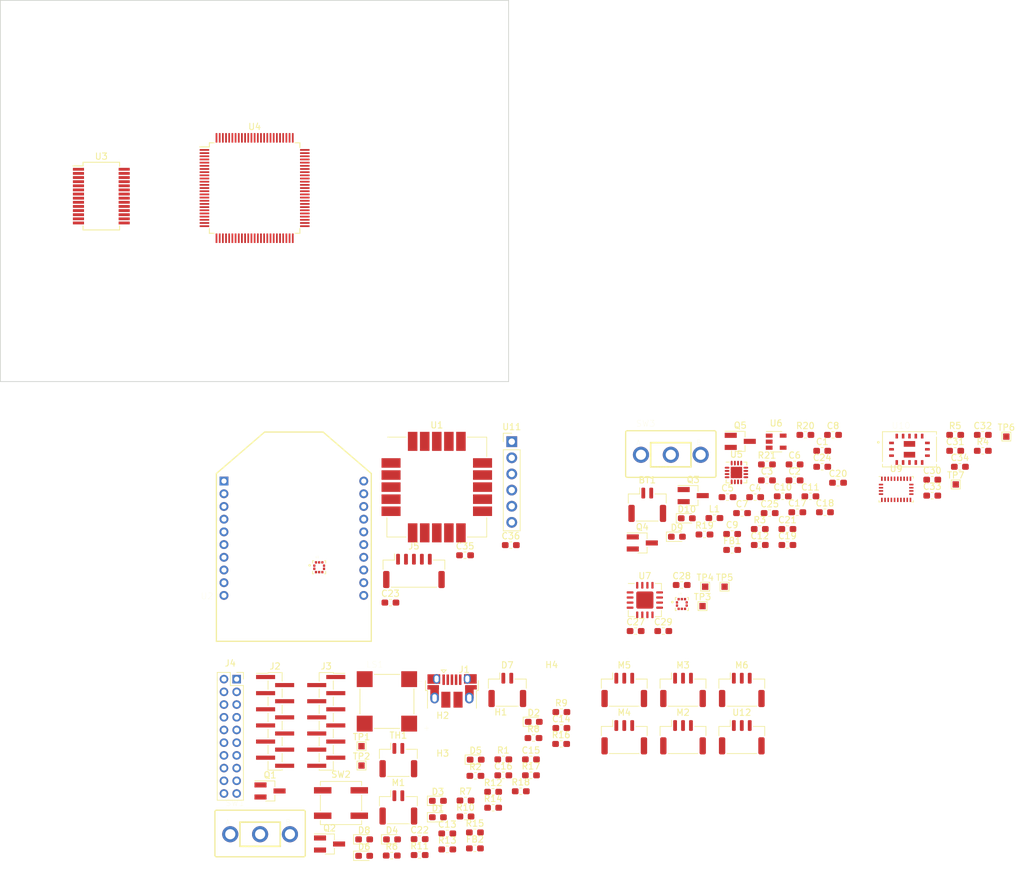
<source format=kicad_pcb>
(kicad_pcb (version 20171130) (host pcbnew "(5.1.5-0-10_14)")
  (layers (0 F.Cu signal) (31 B.Cu signal) (34 B.Paste user) (35 F.Paste user) (36 B.SilkS user) (37 F.SilkS user) (38 B.Mask user) (39 F.Mask user) (44 Edge.Cuts user))
  (net 0 "")
  (net 1 "Net-(U1-Pad1)")
  (net 2 "Net-(U1-Pad2)")
  (net 3 "Net-(U1-Pad3)")
  (net 4 "Net-(U1-Pad4)")
  (net 5 "Net-(U1-Pad5)")
  (net 6 "Net-(U1-Pad6)")
  (net 7 "Net-(U1-Pad7)")
  (net 8 "Net-(U1-Pad10)")
  (net 9 "Net-(U2-Pad4)")
  (net 10 "Net-(U2-Pad5)")
  (net 11 "Net-(U2-Pad6)")
  (net 12 "Net-(U2-Pad7)")
  (net 13 "Net-(U2-Pad9)")
  (net 14 "Net-(U2-Pad11)")
  (net 15 "Net-(U2-Pad12)")
  (net 16 "Net-(U2-Pad13)")
  (net 17 "Net-(U2-Pad14)")
  (net 18 "Net-(U2-Pad15)")
  (net 19 "Net-(U2-Pad16)")
  (net 20 "Net-(U2-Pad17)")
  (net 21 "Net-(U2-Pad18)")
  (net 22 "Net-(U2-Pad19)")
  (net 23 "Net-(U2-Pad20)")
  (net 24 "Net-(U3-Pad2)")
  (net 25 "Net-(U3-Pad3)")
  (net 26 "Net-(U3-Pad6)")
  (net 27 "Net-(U3-Pad9)")
  (net 28 "Net-(U3-Pad10)")
  (net 29 "Net-(U3-Pad11)")
  (net 30 "Net-(U3-Pad12)")
  (net 31 "Net-(U3-Pad13)")
  (net 32 "Net-(U3-Pad14)")
  (net 33 "Net-(U3-Pad19)")
  (net 34 "Net-(U3-Pad26)")
  (net 35 "Net-(U3-Pad27)")
  (net 36 "Net-(U3-Pad28)")
  (net 37 GND)
  (net 38 +BATT)
  (net 39 +3V3)
  (net 40 "/Power Supply/MCU_AVDD")
  (net 41 "Net-(C13-Pad2)")
  (net 42 "Net-(C15-Pad1)")
  (net 43 +6V)
  (net 44 "Net-(C18-Pad1)")
  (net 45 "Net-(C22-Pad1)")
  (net 46 "Net-(BT2-Pad1)")
  (net 47 +5V)
  (net 48 "Net-(C34-Pad2)")
  (net 49 "Net-(D1-Pad1)")
  (net 50 "Net-(D2-Pad2)")
  (net 51 "Net-(D2-Pad1)")
  (net 52 "Net-(D3-Pad2)")
  (net 53 "Net-(D3-Pad1)")
  (net 54 "Net-(D4-Pad1)")
  (net 55 "Net-(D5-Pad1)")
  (net 56 /status_led)
  (net 57 "Net-(D6-Pad1)")
  (net 58 /IR_TRANSMIT)
  (net 59 "Net-(D7-Pad1)")
  (net 60 "Net-(D8-Pad1)")
  (net 61 "/Power Supply/USB_VIN")
  (net 62 "Net-(D9-Pad1)")
  (net 63 "Net-(D10-Pad1)")
  (net 64 "Net-(J1-Pad6)")
  (net 65 "Net-(J1-Pad4)")
  (net 66 "Net-(J1-Pad3)")
  (net 67 "Net-(J1-Pad2)")
  (net 68 /Servo5)
  (net 69 /Servo3)
  (net 70 /Servo1)
  (net 71 /Cam)
  (net 72 /Servo4)
  (net 73 /Servo2)
  (net 74 /Breakout/Cam)
  (net 75 /Breakout/Servo4)
  (net 76 /Breakout/Servo2)
  (net 77 /Breakout/+5)
  (net 78 /Breakout/+6)
  (net 79 /Breakout/Servo5)
  (net 80 /Breakout/Servo3)
  (net 81 /Breakout/Servo1)
  (net 82 "Net-(J4-Pad19)")
  (net 83 "Net-(J4-Pad17)")
  (net 84 /nSRST)
  (net 85 /JTDO)
  (net 86 "Net-(J4-Pad11)")
  (net 87 /TCK)
  (net 88 /TMS)
  (net 89 /JTDI)
  (net 90 /nTRST)
  (net 91 "Net-(J5-Pad4)")
  (net 92 /SPS_RX)
  (net 93 /SPS_TX)
  (net 94 "Net-(L1-Pad1)")
  (net 95 "Net-(LS1-PadN)")
  (net 96 "Net-(M1-Pad1)")
  (net 97 /speaker_driver)
  (net 98 /motor_driver)
  (net 99 "Net-(Q3-Pad3)")
  (net 100 "Net-(Q4-Pad2)")
  (net 101 "/Power Supply/3V3_Good")
  (net 102 "/I2C Sensors/SDA")
  (net 103 "/I2C Sensors/SCL")
  (net 104 /voltage_div)
  (net 105 /voltage_therm)
  (net 106 "Net-(R15-Pad2)")
  (net 107 "Net-(R15-Pad1)")
  (net 108 /USB_TX)
  (net 109 /USB_RX)
  (net 110 "/SPI Sensors/SCLK")
  (net 111 "/SPI Sensors/MOSI")
  (net 112 "/SPI Sensors/MISO")
  (net 113 "Net-(U1-Pad19)")
  (net 114 /UART/TX_SAM)
  (net 115 /UART/RX_SAM)
  (net 116 "Net-(U1-Pad12)")
  (net 117 "Net-(U1-Pad9)")
  (net 118 /UART/XBEE_TX)
  (net 119 /UART/XBEE_RX)
  (net 120 "Net-(U4-Pad1)")
  (net 121 "Net-(U4-Pad2)")
  (net 122 "Net-(U4-Pad3)")
  (net 123 "Net-(U4-Pad4)")
  (net 124 "Net-(U4-Pad5)")
  (net 125 "Net-(U4-Pad6)")
  (net 126 "Net-(U4-Pad8)")
  (net 127 "Net-(U4-Pad9)")
  (net 128 "Net-(U4-Pad12)")
  (net 129 "Net-(U4-Pad13)")
  (net 130 "Net-(U4-Pad15)")
  (net 131 "Net-(U4-Pad16)")
  (net 132 "Net-(U4-Pad17)")
  (net 133 "Net-(U4-Pad18)")
  (net 134 "Net-(U4-Pad23)")
  (net 135 "Net-(U4-Pad26)")
  (net 136 "Net-(U4-Pad29)")
  (net 137 /BMP_CSB)
  (net 138 /ABO_CSB)
  (net 139 "Net-(U4-Pad35)")
  (net 140 "Net-(U4-Pad36)")
  (net 141 "Net-(U4-Pad38)")
  (net 142 "Net-(U4-Pad39)")
  (net 143 "Net-(U4-Pad40)")
  (net 144 "Net-(U4-Pad41)")
  (net 145 "Net-(U4-Pad42)")
  (net 146 "Net-(U4-Pad43)")
  (net 147 "Net-(U4-Pad44)")
  (net 148 "Net-(U4-Pad45)")
  (net 149 "Net-(U4-Pad46)")
  (net 150 "Net-(U4-Pad51)")
  (net 151 "Net-(U4-Pad52)")
  (net 152 "Net-(U4-Pad53)")
  (net 153 "Net-(U4-Pad54)")
  (net 154 "Net-(U4-Pad55)")
  (net 155 "Net-(U4-Pad56)")
  (net 156 "Net-(U4-Pad57)")
  (net 157 "Net-(U4-Pad58)")
  (net 158 "Net-(U4-Pad59)")
  (net 159 "Net-(U4-Pad60)")
  (net 160 "Net-(U4-Pad61)")
  (net 161 "Net-(U4-Pad62)")
  (net 162 "Net-(U4-Pad63)")
  (net 163 "Net-(U4-Pad65)")
  (net 164 "Net-(U4-Pad66)")
  (net 165 /UART/XB_TX)
  (net 166 /UART/XB_RX)
  (net 167 /UART/LOG_TX)
  (net 168 "Net-(U4-Pad81)")
  (net 169 "Net-(U4-Pad82)")
  (net 170 /LOG_RX)
  (net 171 "Net-(U4-Pad84)")
  (net 172 "Net-(U4-Pad85)")
  (net 173 /GPS_TX)
  (net 174 /GPS_RX)
  (net 175 "Net-(U4-Pad88)")
  (net 176 "Net-(U4-Pad91)")
  (net 177 "Net-(U7-Pad16)")
  (net 178 "Net-(U7-Pad15)")
  (net 179 "Net-(U7-Pad14)")
  (net 180 "Net-(U7-Pad11)")
  (net 181 "Net-(U7-Pad10)")
  (net 182 "Net-(U7-Pad5)")
  (net 183 "Net-(U7-Pad4)")
  (net 184 "Net-(U7-Pad2)")
  (net 185 "Net-(U8-Pad7)")
  (net 186 "Net-(U9-Pad14)")
  (net 187 "Net-(U9-Pad13)")
  (net 188 "Net-(U9-Pad12)")
  (net 189 "Net-(U9-Pad11)")
  (net 190 "Net-(U9-Pad10)")
  (net 191 "Net-(U9-Pad8)")
  (net 192 "Net-(U9-Pad7)")
  (net 193 "Net-(U10-Pad8)")
  (net 194 "Net-(U9-Pad21)")
  (net 195 "Net-(U9-Pad22)")
  (net 196 "Net-(U9-Pad23)")
  (net 197 "Net-(U9-Pad24)")
  (net 198 "Net-(U9-Pad26)")
  (net 199 "Net-(U9-Pad27)")
  (net 200 "Net-(U9-Pad4)")
  (net 201 "Net-(U9-Pad1)")
  (net 202 "Net-(U10-Pad5)")
  (net 203 "Net-(U10-Pad4)")
  (net 204 "Net-(U11-Pad6)")
  (module Connector_JST:JST_GH_SM03B-GHS-TB_1x03-1MP_P1.25mm_Horizontal (layer F.Cu) (at 179.555001 180.435001)
    (fp_text reference U12 (at 0 -3.9) (layer F.SilkS))
    (fp_text value MiniSpy)
    (pad MP smd roundrect (at 3.1 1.35) (size 1 2.7) (layers F.Cu F.Paste F.Mask))
    (pad MP smd roundrect (at -3.1 1.35) (size 1 2.7) (layers F.Cu F.Paste F.Mask))
    (pad 3 smd roundrect (at 1.25 -1.85) (size 0.6 1.7) (layers F.Cu F.Paste F.Mask) (net 74 /Breakout/Cam))
    (pad 2 smd roundrect (at 0 -1.85) (size 0.6 1.7) (layers F.Cu F.Paste F.Mask) (net 37 GND))
    (pad 1 smd roundrect (at -1.25 -1.85) (size 0.6 1.7) (layers F.Cu F.Paste F.Mask) (net 77 /Breakout/+5))
  )
  (module Connector_PinHeader_2.54mm:PinHeader_1x06_P2.54mm_Vertical (layer F.Cu) (at 143.345001 133.905001)
    (fp_text reference U11 (at 0 -2.33) (layer F.SilkS))
    (fp_text value Openlog)
    (pad 6 thru_hole oval (at 0 12.7) (size 1.7 1.7) (drill 1) (layers *.Cu *.Mask) (net 204 "Net-(U11-Pad6)"))
    (pad 5 thru_hole oval (at 0 10.16) (size 1.7 1.7) (drill 1) (layers *.Cu *.Mask) (net 167 /UART/LOG_TX))
    (pad 4 thru_hole oval (at 0 7.62) (size 1.7 1.7) (drill 1) (layers *.Cu *.Mask) (net 170 /LOG_RX))
    (pad 3 thru_hole oval (at 0 5.08) (size 1.7 1.7) (drill 1) (layers *.Cu *.Mask) (net 39 +3V3))
    (pad 2 thru_hole oval (at 0 2.54) (size 1.7 1.7) (drill 1) (layers *.Cu *.Mask) (net 37 GND))
    (pad 1 thru_hole rect (at 0 0) (size 1.7 1.7) (drill 1) (layers *.Cu *.Mask) (net 37 GND))
  )
  (module SDP32-125PA-TR-250PCS:XDCR_SDP32-125PA-TR-250PCS (layer F.Cu) (at 205.950001 135.105001)
    (fp_text reference U10 (at -1.325 -3.735) (layer F.SilkS) (effects (font (thickness 0.015))))
    (fp_text value SDP32)
    (pad 16 smd rect (at -2 -2.075) (size 0.4 0.75) (layers F.Cu F.Paste F.Mask))
    (pad 15 smd rect (at -1 -2.075) (size 0.4 0.75) (layers F.Cu F.Paste F.Mask))
    (pad 14 smd rect (at 0 -2.075) (size 0.4 0.75) (layers F.Cu F.Paste F.Mask))
    (pad 13 smd rect (at 1 -2.075) (size 0.4 0.75) (layers F.Cu F.Paste F.Mask))
    (pad 12 smd rect (at 2 -2.075) (size 0.4 0.75) (layers F.Cu F.Paste F.Mask))
    (pad 11 smd rect (at 2.825 -1) (size 0.75 0.4) (layers F.Cu F.Paste F.Mask) (net 37 GND))
    (pad 10 smd rect (at 2.825 0) (size 0.75 0.4) (layers F.Cu F.Paste F.Mask) (net 37 GND))
    (pad 9 smd rect (at 2.825 1) (size 0.75 0.4) (layers F.Cu F.Paste F.Mask) (net 37 GND))
    (pad 8 smd rect (at 2 2.075) (size 0.4 0.75) (layers F.Cu F.Paste F.Mask) (net 193 "Net-(U10-Pad8)"))
    (pad 7 smd rect (at 1 2.075) (size 0.4 0.75) (layers F.Cu F.Paste F.Mask) (net 39 +3V3))
    (pad 6 smd rect (at 0 2.075) (size 0.4 0.75) (layers F.Cu F.Paste F.Mask) (net 37 GND))
    (pad 5 smd rect (at -1 2.075) (size 0.4 0.75) (layers F.Cu F.Paste F.Mask) (net 202 "Net-(U10-Pad5)"))
    (pad 17_2 smd rect (at 0 0.85) (size 1.8 0.9) (layers F.Cu F.Mask) (net 37 GND))
    (pad 17_1 smd rect (at 0 -0.85) (size 1.8 0.9) (layers F.Cu F.Mask) (net 37 GND))
    (pad None np_thru_hole circle (at 3.65 -2.15) (size 0.7 0.7) (drill 0.7) (layers *.Cu *.Mask))
    (pad None np_thru_hole circle (at 3.65 2.15) (size 0.7 0.7) (drill 0.7) (layers *.Cu *.Mask))
    (pad None np_thru_hole circle (at -3.65 2.15) (size 0.7 0.7) (drill 0.7) (layers *.Cu *.Mask))
    (pad 4 smd rect (at -2 2.075) (size 0.4 0.75) (layers F.Cu F.Paste F.Mask) (net 203 "Net-(U10-Pad4)"))
    (pad 3 smd rect (at -2.825 1) (size 0.75 0.4) (layers F.Cu F.Paste F.Mask) (net 37 GND))
    (pad 2 smd rect (at -2.825 0) (size 0.75 0.4) (layers F.Cu F.Paste F.Mask) (net 37 GND))
    (pad 1 smd rect (at -2.825 -1) (size 0.75 0.4) (layers F.Cu F.Paste F.Mask) (net 37 GND))
  )
  (module Package_LGA:LGA-28_5.2x3.8mm_P0.5mm (layer F.Cu) (at 203.855001 141.405001)
    (fp_text reference U9 (at 0 -3.25) (layer F.SilkS))
    (fp_text value BNO055)
    (pad 16 smd rect (at 2.3875 0.75 90) (size 0.254 0.675) (layers F.Cu F.Paste F.Mask) (net 37 GND))
    (pad 17 smd rect (at 2.3875 0.25 90) (size 0.254 0.675) (layers F.Cu F.Paste F.Mask) (net 37 GND))
    (pad 18 smd rect (at 2.3875 -0.25 90) (size 0.254 0.675) (layers F.Cu F.Paste F.Mask) (net 37 GND))
    (pad 15 smd rect (at 2.25 1.6625) (size 0.254 0.675) (layers F.Cu F.Paste F.Mask) (net 37 GND))
    (pad 14 smd rect (at 1.75 1.6625) (size 0.254 0.675) (layers F.Cu F.Paste F.Mask) (net 186 "Net-(U9-Pad14)"))
    (pad 13 smd rect (at 1.25 1.6625) (size 0.254 0.675) (layers F.Cu F.Paste F.Mask) (net 187 "Net-(U9-Pad13)"))
    (pad 12 smd rect (at 0.75 1.6625) (size 0.254 0.675) (layers F.Cu F.Paste F.Mask) (net 188 "Net-(U9-Pad12)"))
    (pad 11 smd rect (at 0.25 1.6625) (size 0.254 0.675) (layers F.Cu F.Paste F.Mask) (net 189 "Net-(U9-Pad11)"))
    (pad 10 smd rect (at -0.25 1.6625) (size 0.254 0.675) (layers F.Cu F.Paste F.Mask) (net 190 "Net-(U9-Pad10)"))
    (pad 9 smd rect (at -0.75 1.6625) (size 0.254 0.675) (layers F.Cu F.Paste F.Mask) (net 48 "Net-(C34-Pad2)"))
    (pad 8 smd rect (at -1.25 1.6625) (size 0.254 0.675) (layers F.Cu F.Paste F.Mask) (net 191 "Net-(U9-Pad8)"))
    (pad 7 smd rect (at -1.75 1.6625) (size 0.254 0.675) (layers F.Cu F.Paste F.Mask) (net 192 "Net-(U9-Pad7)"))
    (pad 20 smd rect (at 2.25 -1.6625) (size 0.254 0.675) (layers F.Cu F.Paste F.Mask) (net 193 "Net-(U10-Pad8)"))
    (pad 21 smd rect (at 1.75 -1.6625) (size 0.254 0.675) (layers F.Cu F.Paste F.Mask) (net 194 "Net-(U9-Pad21)"))
    (pad 22 smd rect (at 1.25 -1.6625) (size 0.254 0.675) (layers F.Cu F.Paste F.Mask) (net 195 "Net-(U9-Pad22)"))
    (pad 23 smd rect (at 0.75 -1.6625) (size 0.254 0.675) (layers F.Cu F.Paste F.Mask) (net 196 "Net-(U9-Pad23)"))
    (pad 24 smd rect (at 0.25 -1.6625) (size 0.254 0.675) (layers F.Cu F.Paste F.Mask) (net 197 "Net-(U9-Pad24)"))
    (pad 25 smd rect (at -0.25 -1.6625) (size 0.254 0.675) (layers F.Cu F.Paste F.Mask) (net 37 GND))
    (pad 26 smd rect (at -0.75 -1.6625) (size 0.254 0.675) (layers F.Cu F.Paste F.Mask) (net 198 "Net-(U9-Pad26)"))
    (pad 27 smd rect (at -1.25 -1.6625) (size 0.254 0.675) (layers F.Cu F.Paste F.Mask) (net 199 "Net-(U9-Pad27)"))
    (pad 28 smd rect (at -1.75 -1.6625) (size 0.254 0.675) (layers F.Cu F.Paste F.Mask) (net 39 +3V3))
    (pad 5 smd rect (at -2.3875 0.75 90) (size 0.254 0.675) (layers F.Cu F.Paste F.Mask) (net 37 GND))
    (pad 4 smd rect (at -2.3875 0.25 90) (size 0.254 0.675) (layers F.Cu F.Paste F.Mask) (net 200 "Net-(U9-Pad4)"))
    (pad 3 smd rect (at -2.3875 -0.25 90) (size 0.254 0.675) (layers F.Cu F.Paste F.Mask) (net 39 +3V3))
    (pad 1 smd rect (at -2.25 -1.6625) (size 0.254 0.675) (layers F.Cu F.Paste F.Mask) (net 201 "Net-(U9-Pad1)"))
    (pad 2 smd rect (at -2.3875 -0.75 90) (size 0.254 0.675) (layers F.Cu F.Paste F.Mask) (net 37 GND))
    (pad 6 smd rect (at -2.25 1.6625) (size 0.254 0.675) (layers F.Cu F.Paste F.Mask) (net 37 GND))
    (pad 19 smd rect (at 2.3875 -0.75 90) (size 0.254 0.675) (layers F.Cu F.Paste F.Mask) (net 202 "Net-(U10-Pad5)"))
  )
  (module BMP-388:PQFN50P200X200X80-10N (layer F.Cu) (at 170.120001 159.455001)
    (fp_text reference U8 (at -0.284383 -1.605376) (layer F.SilkS) (effects (font (size 0.320434 0.320434) (thickness 0.015))))
    (fp_text value BMP388)
    (pad 10 smd rect (at -0.5 -0.765) (size 0.35 0.38) (layers F.Cu F.Paste F.Mask) (net 39 +3V3))
    (pad 9 smd rect (at 0 -0.765) (size 0.35 0.38) (layers F.Cu F.Paste F.Mask) (net 37 GND))
    (pad 8 smd rect (at 0.5 -0.765) (size 0.35 0.38) (layers F.Cu F.Paste F.Mask) (net 37 GND))
    (pad 7 smd rect (at 0.765 -0.25) (size 0.35 0.38) (layers F.Cu F.Paste F.Mask) (net 185 "Net-(U8-Pad7)"))
    (pad 6 smd rect (at 0.765 0.25) (size 0.35 0.38) (layers F.Cu F.Paste F.Mask) (net 137 /BMP_CSB))
    (pad 5 smd rect (at 0.5 0.765) (size 0.35 0.38) (layers F.Cu F.Paste F.Mask) (net 112 "/SPI Sensors/MISO"))
    (pad 4 smd rect (at 0 0.765) (size 0.35 0.38) (layers F.Cu F.Paste F.Mask) (net 111 "/SPI Sensors/MOSI"))
    (pad 3 smd rect (at -0.5 0.765) (size 0.35 0.38) (layers F.Cu F.Paste F.Mask) (net 37 GND))
    (pad 2 smd rect (at -0.765 0.25) (size 0.35 0.38) (layers F.Cu F.Paste F.Mask) (net 110 "/SPI Sensors/SCLK"))
    (pad 1 smd rect (at -0.765 -0.25) (size 0.35 0.38) (layers F.Cu F.Paste F.Mask) (net 39 +3V3))
  )
  (module Package_DFN_QFN:QFN-16-1EP_5x5mm_P0.8mm_EP2.7x2.7mm (layer F.Cu) (at 164.295001 158.835001)
    (fp_text reference U7 (at 0 -3.8) (layer F.SilkS))
    (fp_text value AB0815)
    (pad 16 smd roundrect (at -1.2 -2.325) (size 0.35 1.05) (layers F.Cu F.Paste F.Mask) (net 177 "Net-(U7-Pad16)"))
    (pad 15 smd roundrect (at -0.4 -2.325) (size 0.35 1.05) (layers F.Cu F.Paste F.Mask) (net 178 "Net-(U7-Pad15)"))
    (pad 14 smd roundrect (at 0.4 -2.325) (size 0.35 1.05) (layers F.Cu F.Paste F.Mask) (net 179 "Net-(U7-Pad14)"))
    (pad 13 smd roundrect (at 1.2 -2.325) (size 0.35 1.05) (layers F.Cu F.Paste F.Mask) (net 39 +3V3))
    (pad 12 smd roundrect (at 2.325 -1.2) (size 1.05 0.35) (layers F.Cu F.Paste F.Mask) (net 138 /ABO_CSB))
    (pad 11 smd roundrect (at 2.325 -0.4) (size 1.05 0.35) (layers F.Cu F.Paste F.Mask) (net 180 "Net-(U7-Pad11)"))
    (pad 10 smd roundrect (at 2.325 0.4) (size 1.05 0.35) (layers F.Cu F.Paste F.Mask) (net 181 "Net-(U7-Pad10)"))
    (pad 9 smd roundrect (at 2.325 1.2) (size 1.05 0.35) (layers F.Cu F.Paste F.Mask) (net 111 "/SPI Sensors/MOSI"))
    (pad 8 smd roundrect (at 1.2 2.325) (size 0.35 1.05) (layers F.Cu F.Paste F.Mask))
    (pad 7 smd roundrect (at 0.4 2.325) (size 0.35 1.05) (layers F.Cu F.Paste F.Mask) (net 110 "/SPI Sensors/SCLK"))
    (pad 6 smd roundrect (at -0.4 2.325) (size 0.35 1.05) (layers F.Cu F.Paste F.Mask) (net 112 "/SPI Sensors/MISO"))
    (pad 5 smd roundrect (at -1.2 2.325) (size 0.35 1.05) (layers F.Cu F.Paste F.Mask) (net 182 "Net-(U7-Pad5)"))
    (pad 4 smd roundrect (at -2.325 1.2) (size 1.05 0.35) (layers F.Cu F.Paste F.Mask) (net 183 "Net-(U7-Pad4)"))
    (pad 3 smd roundrect (at -2.325 0.4) (size 1.05 0.35) (layers F.Cu F.Paste F.Mask))
    (pad 2 smd roundrect (at -2.325 -0.4) (size 1.05 0.35) (layers F.Cu F.Paste F.Mask) (net 184 "Net-(U7-Pad2)"))
    (pad 1 smd roundrect (at -2.325 -1.2) (size 1.05 0.35) (layers F.Cu F.Paste F.Mask))
    (pad 17 smd roundrect (at 0 0) (size 2.7 2.7) (layers F.Cu F.Mask) (roundrect_rratio 0.09259299999999999) (net 37 GND))
  )
  (module Package_TO_SOT_SMD:SOT-23-5 (layer F.Cu) (at 184.965001 133.905001)
    (fp_text reference U6 (at 0 -2.9) (layer F.SilkS))
    (fp_text value RT9069-50GB)
    (pad 5 smd rect (at 1.1 -0.95) (size 1.06 0.65) (layers F.Cu F.Paste F.Mask) (net 47 +5V))
    (pad 4 smd rect (at 1.1 0.95) (size 1.06 0.65) (layers F.Cu F.Paste F.Mask) (net 43 +6V))
    (pad 3 smd rect (at -1.1 0.95) (size 1.06 0.65) (layers F.Cu F.Paste F.Mask))
    (pad 2 smd rect (at -1.1 0) (size 1.06 0.65) (layers F.Cu F.Paste F.Mask) (net 37 GND))
    (pad 1 smd rect (at -1.1 -0.95) (size 1.06 0.65) (layers F.Cu F.Paste F.Mask) (net 43 +6V))
  )
  (module Package_DFN_QFN:QFN-16-1EP_3x3mm_P0.5mm_EP1.8x1.8mm (layer F.Cu) (at 178.715001 138.755001)
    (fp_text reference U5 (at 0 -2.85) (layer F.SilkS))
    (fp_text value TPS62142)
    (pad 17 smd rect (at 0 0) (size 1.8 1.8) (layers F.Cu F.Mask) (net 37 GND))
    (pad 16 smd oval (at -0.75 -1.475 90) (size 0.75 0.3) (layers F.Cu F.Paste F.Mask) (net 37 GND))
    (pad 15 smd oval (at -0.25 -1.475 90) (size 0.75 0.3) (layers F.Cu F.Paste F.Mask) (net 37 GND))
    (pad 14 smd oval (at 0.25 -1.475 90) (size 0.75 0.3) (layers F.Cu F.Paste F.Mask) (net 39 +3V3))
    (pad 13 smd oval (at 0.75 -1.475 90) (size 0.75 0.3) (layers F.Cu F.Paste F.Mask) (net 43 +6V))
    (pad 12 smd oval (at 1.475 -0.75) (size 0.75 0.3) (layers F.Cu F.Paste F.Mask) (net 43 +6V))
    (pad 11 smd oval (at 1.475 -0.25) (size 0.75 0.3) (layers F.Cu F.Paste F.Mask) (net 43 +6V))
    (pad 10 smd oval (at 1.475 0.25) (size 0.75 0.3) (layers F.Cu F.Paste F.Mask) (net 43 +6V))
    (pad 9 smd oval (at 1.475 0.75) (size 0.75 0.3) (layers F.Cu F.Paste F.Mask) (net 44 "Net-(C18-Pad1)"))
    (pad 8 smd oval (at 0.75 1.475 90) (size 0.75 0.3) (layers F.Cu F.Paste F.Mask) (net 37 GND))
    (pad 7 smd oval (at 0.25 1.475 90) (size 0.75 0.3) (layers F.Cu F.Paste F.Mask) (net 37 GND))
    (pad 6 smd oval (at -0.25 1.475 90) (size 0.75 0.3) (layers F.Cu F.Paste F.Mask) (net 37 GND))
    (pad 5 smd oval (at -0.75 1.475 90) (size 0.75 0.3) (layers F.Cu F.Paste F.Mask) (net 37 GND))
    (pad 4 smd oval (at -1.475 0.75) (size 0.75 0.3) (layers F.Cu F.Paste F.Mask) (net 101 "/Power Supply/3V3_Good"))
    (pad 3 smd oval (at -1.475 0.25) (size 0.75 0.3) (layers F.Cu F.Paste F.Mask) (net 94 "Net-(L1-Pad1)"))
    (pad 2 smd oval (at -1.475 -0.25) (size 0.75 0.3) (layers F.Cu F.Paste F.Mask) (net 94 "Net-(L1-Pad1)"))
    (pad 1 smd oval (at -1.475 -0.75) (size 0.75 0.3) (layers F.Cu F.Paste F.Mask) (net 94 "Net-(L1-Pad1)"))
  )
  (module xbee:DIP2200W51P200L3294H279Q20P (layer F.Cu) (at 109.045001 148.855001)
    (fp_text reference U2 (at -13.672335 9.350525 180) (layer F.SilkS) (effects (font (size 1.002732 1.002732) (thickness 0.015))))
    (fp_text value XBP9B-DMST-002)
    (pad 20 thru_hole circle (at 11 -8.75) (size 1.4 1.4) (drill 0.8) (layers *.Cu *.Mask) (net 23 "Net-(U2-Pad20)"))
    (pad 19 thru_hole circle (at 11 -6.75) (size 1.4 1.4) (drill 0.8) (layers *.Cu *.Mask) (net 22 "Net-(U2-Pad19)"))
    (pad 18 thru_hole circle (at 11 -4.75) (size 1.4 1.4) (drill 0.8) (layers *.Cu *.Mask) (net 21 "Net-(U2-Pad18)"))
    (pad 17 thru_hole circle (at 11 -2.75) (size 1.4 1.4) (drill 0.8) (layers *.Cu *.Mask) (net 20 "Net-(U2-Pad17)"))
    (pad 16 thru_hole circle (at 11 -0.75) (size 1.4 1.4) (drill 0.8) (layers *.Cu *.Mask) (net 19 "Net-(U2-Pad16)"))
    (pad 15 thru_hole circle (at 11 1.25) (size 1.4 1.4) (drill 0.8) (layers *.Cu *.Mask) (net 18 "Net-(U2-Pad15)"))
    (pad 14 thru_hole circle (at 11 3.25) (size 1.4 1.4) (drill 0.8) (layers *.Cu *.Mask) (net 17 "Net-(U2-Pad14)"))
    (pad 13 thru_hole circle (at 11 5.25) (size 1.4 1.4) (drill 0.8) (layers *.Cu *.Mask) (net 16 "Net-(U2-Pad13)"))
    (pad 12 thru_hole circle (at 11 7.25) (size 1.4 1.4) (drill 0.8) (layers *.Cu *.Mask) (net 15 "Net-(U2-Pad12)"))
    (pad 11 thru_hole circle (at 11 9.25) (size 1.4 1.4) (drill 0.8) (layers *.Cu *.Mask) (net 14 "Net-(U2-Pad11)"))
    (pad 10 thru_hole circle (at -11 9.25) (size 1.4 1.4) (drill 0.8) (layers *.Cu *.Mask) (net 37 GND))
    (pad 9 thru_hole circle (at -11 7.25) (size 1.4 1.4) (drill 0.8) (layers *.Cu *.Mask) (net 13 "Net-(U2-Pad9)"))
    (pad 8 thru_hole circle (at -11 5.25) (size 1.4 1.4) (drill 0.8) (layers *.Cu *.Mask))
    (pad 7 thru_hole circle (at -11 3.25) (size 1.4 1.4) (drill 0.8) (layers *.Cu *.Mask) (net 12 "Net-(U2-Pad7)"))
    (pad 6 thru_hole circle (at -11 1.25) (size 1.4 1.4) (drill 0.8) (layers *.Cu *.Mask) (net 11 "Net-(U2-Pad6)"))
    (pad 5 thru_hole circle (at -11 -0.75) (size 1.4 1.4) (drill 0.8) (layers *.Cu *.Mask) (net 10 "Net-(U2-Pad5)"))
    (pad 4 thru_hole circle (at -11 -2.75) (size 1.4 1.4) (drill 0.8) (layers *.Cu *.Mask) (net 9 "Net-(U2-Pad4)"))
    (pad 3 thru_hole circle (at -11 -4.75) (size 1.4 1.4) (drill 0.8) (layers *.Cu *.Mask) (net 118 /UART/XBEE_TX))
    (pad 2 thru_hole circle (at -11 -6.75) (size 1.4 1.4) (drill 0.8) (layers *.Cu *.Mask) (net 119 /UART/XBEE_RX))
    (pad 1 thru_hole rect (at -11 -8.75) (size 1.4 1.4) (drill 0.8) (layers *.Cu *.Mask) (net 39 +3V3))
  )
  (module RF_Module:ublox_SAM-M8Q_HandSolder (layer F.Cu) (at 131.545001 141.055001)
    (fp_text reference U1 (at 0 -9.75) (layer F.SilkS))
    (fp_text value ublox_SAM-M8Q)
    (pad 20 smd rect (at -3.8 -7.2) (size 1.5 3) (layers F.Cu F.Paste F.Mask) (net 37 GND))
    (pad 19 smd rect (at -1.9 -7.2) (size 1.5 3) (layers F.Cu F.Paste F.Mask) (net 113 "Net-(U1-Pad19)"))
    (pad 18 smd rect (at 0 -7.2) (size 1.5 3) (layers F.Cu F.Paste F.Mask) (net 39 +3V3))
    (pad 17 smd rect (at 1.9 -7.2) (size 1.5 3) (layers F.Cu F.Paste F.Mask) (net 39 +3V3))
    (pad 16 smd rect (at 3.8 -7.2) (size 1.5 3) (layers F.Cu F.Paste F.Mask) (net 37 GND))
    (pad 15 smd rect (at 7.2 -3.8) (size 3 1.5) (layers F.Cu F.Paste F.Mask) (net 37 GND))
    (pad 14 smd rect (at 7.2 -1.9) (size 3 1.5) (layers F.Cu F.Paste F.Mask) (net 114 /UART/TX_SAM))
    (pad 13 smd rect (at 7.2 0) (size 3 1.5) (layers F.Cu F.Paste F.Mask) (net 115 /UART/RX_SAM))
    (pad 12 smd rect (at 7.2 1.9) (size 3 1.5) (layers F.Cu F.Paste F.Mask) (net 116 "Net-(U1-Pad12)"))
    (pad 11 smd rect (at 7.2 3.8) (size 3 1.5) (layers F.Cu F.Paste F.Mask) (net 37 GND))
    (pad 10 smd rect (at 3.8 7.2) (size 1.5 3) (layers F.Cu F.Paste F.Mask) (net 37 GND))
    (pad 9 smd rect (at 1.9 7.2) (size 1.5 3) (layers F.Cu F.Paste F.Mask) (net 117 "Net-(U1-Pad9)"))
    (pad 8 smd rect (at 0 7.2) (size 1.5 3) (layers F.Cu F.Paste F.Mask) (net 39 +3V3))
    (pad 7 smd rect (at -1.9 7.2) (size 1.5 3) (layers F.Cu F.Paste F.Mask) (net 7 "Net-(U1-Pad7)"))
    (pad 6 smd rect (at -3.8 7.2) (size 1.5 3) (layers F.Cu F.Paste F.Mask) (net 37 GND))
    (pad 5 smd rect (at -7.2 3.8) (size 3 1.5) (layers F.Cu F.Paste F.Mask) (net 37 GND))
    (pad 4 smd rect (at -7.2 1.9) (size 3 1.5) (layers F.Cu F.Paste F.Mask) (net 37 GND))
    (pad 3 smd rect (at -7.2 0) (size 3 1.5) (layers F.Cu F.Paste F.Mask) (net 46 "Net-(BT2-Pad1)"))
    (pad 2 smd rect (at -7.2 -1.9) (size 3 1.5) (layers F.Cu F.Paste F.Mask) (net 39 +3V3))
    (pad 1 smd rect (at -7.2 -3.8) (size 3 1.5) (layers F.Cu F.Paste F.Mask) (net 37 GND))
  )
  (module TestPoint:TestPoint_Pad_1.0x1.0mm (layer F.Cu) (at 213.235001 140.635001)
    (fp_text reference TP7 (at 0 -1.448) (layer F.SilkS))
    (fp_text value TP_SCL)
    (pad 1 smd rect (at 0 0) (size 1 1) (layers F.Cu F.Mask) (net 103 "/I2C Sensors/SCL"))
  )
  (module TestPoint:TestPoint_Pad_1.0x1.0mm (layer F.Cu) (at 221.195001 133.105001)
    (fp_text reference TP6 (at 0 -1.448) (layer F.SilkS))
    (fp_text value TP_SDA)
    (pad 1 smd rect (at 0 0) (size 1 1) (layers F.Cu F.Mask) (net 102 "/I2C Sensors/SDA"))
  )
  (module TestPoint:TestPoint_Pad_1.0x1.0mm (layer F.Cu) (at 176.845001 156.735001)
    (fp_text reference TP5 (at 0 -1.448) (layer F.SilkS))
    (fp_text value TP_MISO)
    (pad 1 smd rect (at 0 0) (size 1 1) (layers F.Cu F.Mask) (net 112 "/SPI Sensors/MISO"))
  )
  (module TestPoint:TestPoint_Pad_1.0x1.0mm (layer F.Cu) (at 173.795001 156.735001)
    (fp_text reference TP4 (at 0 -1.448) (layer F.SilkS))
    (fp_text value TP_MOSI)
    (pad 1 smd rect (at 0 0) (size 1 1) (layers F.Cu F.Mask) (net 111 "/SPI Sensors/MOSI"))
  )
  (module TestPoint:TestPoint_Pad_1.0x1.0mm (layer F.Cu) (at 173.375001 159.785001)
    (fp_text reference TP3 (at 0 -1.448) (layer F.SilkS))
    (fp_text value TP_SCLK)
    (pad 1 smd rect (at 0 0) (size 1 1) (layers F.Cu F.Mask) (net 110 "/SPI Sensors/SCLK"))
  )
  (module TestPoint:TestPoint_Pad_1.0x1.0mm (layer F.Cu) (at 119.695001 184.885001)
    (fp_text reference TP2 (at 0 -1.448) (layer F.SilkS))
    (fp_text value TP_USBRX)
    (pad 1 smd rect (at 0 0) (size 1 1) (layers F.Cu F.Mask) (net 109 /USB_RX))
  )
  (module TestPoint:TestPoint_Pad_1.0x1.0mm (layer F.Cu) (at 119.695001 181.835001)
    (fp_text reference TP1 (at 0 -1.448) (layer F.SilkS))
    (fp_text value TP_USBTX)
    (pad 1 smd rect (at 0 0) (size 1 1) (layers F.Cu F.Mask) (net 108 /USB_TX))
  )
  (module Connector_JST:JST_GH_SM02B-GHS-TB_1x02-1MP_P1.25mm_Horizontal (layer F.Cu) (at 125.495001 184.035001)
    (fp_text reference TH1 (at 0 -3.9) (layer F.SilkS))
    (fp_text value 10k@25)
    (pad MP smd roundrect (at 2.475 1.35) (size 1 2.7) (layers F.Cu F.Paste F.Mask))
    (pad MP smd roundrect (at -2.475 1.35) (size 1 2.7) (layers F.Cu F.Paste F.Mask))
    (pad 2 smd roundrect (at 0.625 -1.85) (size 0.6 1.7) (layers F.Cu F.Paste F.Mask) (net 105 /voltage_therm))
    (pad 1 smd roundrect (at -0.625 -1.85) (size 0.6 1.7) (layers F.Cu F.Paste F.Mask) (net 39 +3V3))
  )
  (module "CS12 Switch:CS12ANW03" (layer F.Cu) (at 168.358201 135.966201)
    (fp_text reference SW3 (at -3.937 -4.9276) (layer F.SilkS) (effects (font (thickness 0.015))))
    (fp_text value Power)
    (fp_text user B (at 4.445 -1.905) (layer F.SilkS) (effects (font (size 0.8 0.8) (thickness 0.015))))
    (fp_text user A (at -5.08 -1.905) (layer F.SilkS) (effects (font (size 0.8 0.8) (thickness 0.015))))
    (pad B thru_hole circle (at 4.7244 0) (size 2.54 2.54) (drill 1.6002) (layers *.Cu *.Mask))
    (pad C thru_hole circle (at 0.0254 0) (size 2.54 2.54) (drill 1.6002) (layers *.Cu *.Mask))
    (pad A thru_hole circle (at -4.6736 0) (size 2.54 2.54) (drill 1.6002) (layers *.Cu *.Mask))
  )
  (module Button_Switch_SMD:SW_SPST_B3SL-1022P (layer F.Cu) (at 116.465001 190.785001)
    (fp_text reference SW2 (at 0 -4.5) (layer F.SilkS))
    (fp_text value SW_Push)
    (pad 2 smd rect (at -2.88 2) (size 2.75 1) (layers F.Cu F.Paste F.Mask) (net 37 GND))
    (pad 2 smd rect (at 2.88 2) (size 2.75 1) (layers F.Cu F.Paste F.Mask) (net 37 GND))
    (pad 1 smd rect (at 2.88 -2) (size 2.75 1) (layers F.Cu F.Paste F.Mask) (net 45 "Net-(C22-Pad1)"))
    (pad 1 smd rect (at -2.88 -2) (size 2.75 1) (layers F.Cu F.Paste F.Mask) (net 45 "Net-(C22-Pad1)"))
  )
  (module "CS12 Switch:CS12ANW03" (layer F.Cu) (at 103.708201 195.696201)
    (fp_text reference SW1 (at -3.937 -4.9276) (layer F.SilkS) (effects (font (thickness 0.015))))
    (fp_text value Programming)
    (fp_text user B (at 4.445 -1.905) (layer F.SilkS) (effects (font (size 0.8 0.8) (thickness 0.015))))
    (fp_text user A (at -5.08 -1.905) (layer F.SilkS) (effects (font (size 0.8 0.8) (thickness 0.015))))
    (pad B thru_hole circle (at 4.7244 0) (size 2.54 2.54) (drill 1.6002) (layers *.Cu *.Mask))
    (pad C thru_hole circle (at 0.0254 0) (size 2.54 2.54) (drill 1.6002) (layers *.Cu *.Mask))
    (pad A thru_hole circle (at -4.6736 0) (size 2.54 2.54) (drill 1.6002) (layers *.Cu *.Mask))
  )
  (module Resistor_SMD:R_0603_1608Metric_Pad1.05x0.95mm_HandSolder (layer F.Cu) (at 183.515001 137.485001)
    (fp_text reference R21 (at 0 -1.43) (layer F.SilkS))
    (fp_text value 10k)
    (pad 2 smd roundrect (at 0.875 0) (size 1.05 0.95) (layers F.Cu F.Paste F.Mask) (net 37 GND))
    (pad 1 smd roundrect (at -0.875 0) (size 1.05 0.95) (layers F.Cu F.Paste F.Mask) (net 100 "Net-(Q4-Pad2)"))
  )
  (module Resistor_SMD:R_0603_1608Metric_Pad1.05x0.95mm_HandSolder (layer F.Cu) (at 189.565001 132.835001)
    (fp_text reference R20 (at 0 -1.43) (layer F.SilkS))
    (fp_text value 10k)
    (pad 2 smd roundrect (at 0.875 0) (size 1.05 0.95) (layers F.Cu F.Paste F.Mask) (net 99 "Net-(Q3-Pad3)"))
    (pad 1 smd roundrect (at -0.875 0) (size 1.05 0.95) (layers F.Cu F.Paste F.Mask) (net 62 "Net-(D9-Pad1)"))
  )
  (module Resistor_SMD:R_0603_1608Metric_Pad1.05x0.95mm_HandSolder (layer F.Cu) (at 173.685001 148.515001)
    (fp_text reference R19 (at 0 -1.43) (layer F.SilkS))
    (fp_text value 10k)
    (pad 2 smd roundrect (at 0.875 0) (size 1.05 0.95) (layers F.Cu F.Paste F.Mask) (net 37 GND))
    (pad 1 smd roundrect (at -0.875 0) (size 1.05 0.95) (layers F.Cu F.Paste F.Mask) (net 38 +BATT))
  )
  (module Resistor_SMD:R_0603_1608Metric_Pad1.05x0.95mm_HandSolder (layer F.Cu) (at 144.765001 188.935001)
    (fp_text reference R18 (at 0 -1.43) (layer F.SilkS))
    (fp_text value 10k)
    (pad 2 smd roundrect (at 0.875 0) (size 1.05 0.95) (layers F.Cu F.Paste F.Mask) (net 37 GND))
    (pad 1 smd roundrect (at -0.875 0) (size 1.05 0.95) (layers F.Cu F.Paste F.Mask) (net 82 "Net-(J4-Pad19)"))
  )
  (module Resistor_SMD:R_0603_1608Metric_Pad1.05x0.95mm_HandSolder (layer F.Cu) (at 146.365001 186.425001)
    (fp_text reference R17 (at 0 -1.43) (layer F.SilkS))
    (fp_text value 10k)
    (pad 2 smd roundrect (at 0.875 0) (size 1.05 0.95) (layers F.Cu F.Paste F.Mask) (net 37 GND))
    (pad 1 smd roundrect (at -0.875 0) (size 1.05 0.95) (layers F.Cu F.Paste F.Mask) (net 83 "Net-(J4-Pad17)"))
  )
  (module Resistor_SMD:R_0603_1608Metric_Pad1.05x0.95mm_HandSolder (layer F.Cu) (at 151.115001 181.485001)
    (fp_text reference R16 (at 0 -1.43) (layer F.SilkS))
    (fp_text value 10k)
    (pad 2 smd roundrect (at 0.875 0) (size 1.05 0.95) (layers F.Cu F.Paste F.Mask) (net 37 GND))
    (pad 1 smd roundrect (at -0.875 0) (size 1.05 0.95) (layers F.Cu F.Paste F.Mask) (net 86 "Net-(J4-Pad11)"))
  )
  (module Resistor_SMD:R_0603_1608Metric_Pad1.05x0.95mm_HandSolder (layer F.Cu) (at 137.545001 195.415001)
    (fp_text reference R15 (at 0 -1.43) (layer F.SilkS))
    (fp_text value 10k)
    (pad 2 smd roundrect (at 0.875 0) (size 1.05 0.95) (layers F.Cu F.Paste F.Mask) (net 106 "Net-(R15-Pad2)"))
    (pad 1 smd roundrect (at -0.875 0) (size 1.05 0.95) (layers F.Cu F.Paste F.Mask) (net 107 "Net-(R15-Pad1)"))
  )
  (module Resistor_SMD:R_0603_1608Metric_Pad1.05x0.95mm_HandSolder (layer F.Cu) (at 140.415001 191.525001)
    (fp_text reference R14 (at 0 -1.43) (layer F.SilkS))
    (fp_text value 300)
    (pad 2 smd roundrect (at 0.875 0) (size 1.05 0.95) (layers F.Cu F.Paste F.Mask) (net 37 GND))
    (pad 1 smd roundrect (at -0.875 0) (size 1.05 0.95) (layers F.Cu F.Paste F.Mask) (net 59 "Net-(D7-Pad1)"))
  )
  (module Resistor_SMD:R_0603_1608Metric_Pad1.05x0.95mm_HandSolder (layer F.Cu) (at 133.195001 198.085001)
    (fp_text reference R13 (at 0 -1.43) (layer F.SilkS))
    (fp_text value 4.7k)
    (pad 2 smd roundrect (at 0.875 0) (size 1.05 0.95) (layers F.Cu F.Paste F.Mask) (net 37 GND))
    (pad 1 smd roundrect (at -0.875 0) (size 1.05 0.95) (layers F.Cu F.Paste F.Mask) (net 97 /speaker_driver))
  )
  (module Resistor_SMD:R_0603_1608Metric_Pad1.05x0.95mm_HandSolder (layer F.Cu) (at 140.415001 189.015001)
    (fp_text reference R12 (at 0 -1.43) (layer F.SilkS))
    (fp_text value 300)
    (pad 2 smd roundrect (at 0.875 0) (size 1.05 0.95) (layers F.Cu F.Paste F.Mask) (net 37 GND))
    (pad 1 smd roundrect (at -0.875 0) (size 1.05 0.95) (layers F.Cu F.Paste F.Mask) (net 57 "Net-(D6-Pad1)"))
  )
  (module Resistor_SMD:R_0603_1608Metric_Pad1.05x0.95mm_HandSolder (layer F.Cu) (at 128.845001 198.975001)
    (fp_text reference R11 (at 0 -1.43) (layer F.SilkS))
    (fp_text value 400)
    (pad 2 smd roundrect (at 0.875 0) (size 1.05 0.95) (layers F.Cu F.Paste F.Mask) (net 37 GND))
    (pad 1 smd roundrect (at -0.875 0) (size 1.05 0.95) (layers F.Cu F.Paste F.Mask) (net 55 "Net-(D5-Pad1)"))
  )
  (module Resistor_SMD:R_0603_1608Metric_Pad1.05x0.95mm_HandSolder (layer F.Cu) (at 136.065001 192.905001)
    (fp_text reference R10 (at 0 -1.43) (layer F.SilkS))
    (fp_text value 300)
    (pad 2 smd roundrect (at 0.875 0) (size 1.05 0.95) (layers F.Cu F.Paste F.Mask) (net 37 GND))
    (pad 1 smd roundrect (at -0.875 0) (size 1.05 0.95) (layers F.Cu F.Paste F.Mask) (net 54 "Net-(D4-Pad1)"))
  )
  (module Resistor_SMD:R_0603_1608Metric_Pad1.05x0.95mm_HandSolder (layer F.Cu) (at 151.155001 176.465001)
    (fp_text reference R9 (at 0 -1.43) (layer F.SilkS))
    (fp_text value 300)
    (pad 2 smd roundrect (at 0.875 0) (size 1.05 0.95) (layers F.Cu F.Paste F.Mask) (net 37 GND))
    (pad 1 smd roundrect (at -0.875 0) (size 1.05 0.95) (layers F.Cu F.Paste F.Mask) (net 49 "Net-(D1-Pad1)"))
  )
  (module Resistor_SMD:R_0603_1608Metric_Pad1.05x0.95mm_HandSolder (layer F.Cu) (at 146.765001 180.555001)
    (fp_text reference R8 (at 0 -1.43) (layer F.SilkS))
    (fp_text value 10k)
    (pad 2 smd roundrect (at 0.875 0) (size 1.05 0.95) (layers F.Cu F.Paste F.Mask) (net 37 GND))
    (pad 1 smd roundrect (at -0.875 0) (size 1.05 0.95) (layers F.Cu F.Paste F.Mask) (net 105 /voltage_therm))
  )
  (module Resistor_SMD:R_0603_1608Metric_Pad1.05x0.95mm_HandSolder (layer F.Cu) (at 136.065001 190.395001)
    (fp_text reference R7 (at 0 -1.43) (layer F.SilkS))
    (fp_text value 12k)
    (pad 2 smd roundrect (at 0.875 0) (size 1.05 0.95) (layers F.Cu F.Paste F.Mask) (net 37 GND))
    (pad 1 smd roundrect (at -0.875 0) (size 1.05 0.95) (layers F.Cu F.Paste F.Mask) (net 104 /voltage_div))
  )
  (module Resistor_SMD:R_0603_1608Metric_Pad1.05x0.95mm_HandSolder (layer F.Cu) (at 124.455001 199.055001)
    (fp_text reference R6 (at 0 -1.43) (layer F.SilkS))
    (fp_text value 31.6k)
    (pad 2 smd roundrect (at 0.875 0) (size 1.05 0.95) (layers F.Cu F.Paste F.Mask) (net 104 /voltage_div))
    (pad 1 smd roundrect (at -0.875 0) (size 1.05 0.95) (layers F.Cu F.Paste F.Mask) (net 43 +6V))
  )
  (module Resistor_SMD:R_0603_1608Metric_Pad1.05x0.95mm_HandSolder (layer F.Cu) (at 213.145001 132.835001)
    (fp_text reference R5 (at 0 -1.43) (layer F.SilkS))
    (fp_text value 10k)
    (pad 2 smd roundrect (at 0.875 0) (size 1.05 0.95) (layers F.Cu F.Paste F.Mask) (net 103 "/I2C Sensors/SCL"))
    (pad 1 smd roundrect (at -0.875 0) (size 1.05 0.95) (layers F.Cu F.Paste F.Mask) (net 39 +3V3))
  )
  (module Resistor_SMD:R_0603_1608Metric_Pad1.05x0.95mm_HandSolder (layer F.Cu) (at 217.495001 135.345001)
    (fp_text reference R4 (at 0 -1.43) (layer F.SilkS))
    (fp_text value 10k)
    (pad 2 smd roundrect (at 0.875 0) (size 1.05 0.95) (layers F.Cu F.Paste F.Mask) (net 102 "/I2C Sensors/SDA"))
    (pad 1 smd roundrect (at -0.875 0) (size 1.05 0.95) (layers F.Cu F.Paste F.Mask) (net 39 +3V3))
  )
  (module Resistor_SMD:R_0603_1608Metric_Pad1.05x0.95mm_HandSolder (layer F.Cu) (at 182.385001 147.655001)
    (fp_text reference R3 (at 0 -1.43) (layer F.SilkS))
    (fp_text value 100k)
    (pad 2 smd roundrect (at 0.875 0) (size 1.05 0.95) (layers F.Cu F.Paste F.Mask) (net 101 "/Power Supply/3V3_Good"))
    (pad 1 smd roundrect (at -0.875 0) (size 1.05 0.95) (layers F.Cu F.Paste F.Mask) (net 39 +3V3))
  )
  (module Resistor_SMD:R_0603_1608Metric_Pad1.05x0.95mm_HandSolder (layer F.Cu) (at 137.625001 186.505001)
    (fp_text reference R2 (at 0 -1.43) (layer F.SilkS))
    (fp_text value 270)
    (pad 2 smd roundrect (at 0.875 0) (size 1.05 0.95) (layers F.Cu F.Paste F.Mask) (net 39 +3V3))
    (pad 1 smd roundrect (at -0.875 0) (size 1.05 0.95) (layers F.Cu F.Paste F.Mask) (net 52 "Net-(D3-Pad2)"))
  )
  (module Resistor_SMD:R_0603_1608Metric_Pad1.05x0.95mm_HandSolder (layer F.Cu) (at 142.015001 183.915001)
    (fp_text reference R1 (at 0 -1.43) (layer F.SilkS))
    (fp_text value 270)
    (pad 2 smd roundrect (at 0.875 0) (size 1.05 0.95) (layers F.Cu F.Paste F.Mask) (net 39 +3V3))
    (pad 1 smd roundrect (at -0.875 0) (size 1.05 0.95) (layers F.Cu F.Paste F.Mask) (net 50 "Net-(D2-Pad2)"))
  )
  (module Package_TO_SOT_SMD:SOT-23_Handsoldering (layer F.Cu) (at 179.315001 133.855001)
    (fp_text reference Q5 (at 0 -2.5) (layer F.SilkS))
    (fp_text value Q_PMOS_GSD)
    (pad 3 smd rect (at 1.5 0) (size 1.9 0.8) (layers F.Cu F.Paste F.Mask) (net 62 "Net-(D9-Pad1)"))
    (pad 2 smd rect (at -1.5 0.95) (size 1.9 0.8) (layers F.Cu F.Paste F.Mask) (net 63 "Net-(D10-Pad1)"))
    (pad 1 smd rect (at -1.5 -0.95) (size 1.9 0.8) (layers F.Cu F.Paste F.Mask) (net 100 "Net-(Q4-Pad2)"))
  )
  (module Package_TO_SOT_SMD:SOT-23_Handsoldering (layer F.Cu) (at 163.895001 149.845001)
    (fp_text reference Q4 (at 0 -2.5) (layer F.SilkS))
    (fp_text value Q_PMOS_GSD)
    (pad 3 smd rect (at 1.5 0) (size 1.9 0.8) (layers F.Cu F.Paste F.Mask) (net 62 "Net-(D9-Pad1)"))
    (pad 2 smd rect (at -1.5 0.95) (size 1.9 0.8) (layers F.Cu F.Paste F.Mask) (net 100 "Net-(Q4-Pad2)"))
    (pad 1 smd rect (at -1.5 -0.95) (size 1.9 0.8) (layers F.Cu F.Paste F.Mask) (net 99 "Net-(Q3-Pad3)"))
  )
  (module Package_TO_SOT_SMD:SOT-23_Handsoldering (layer F.Cu) (at 171.905001 142.395001)
    (fp_text reference Q3 (at 0 -2.5) (layer F.SilkS))
    (fp_text value Q_NMOS_GSD)
    (pad 3 smd rect (at 1.5 0) (size 1.9 0.8) (layers F.Cu F.Paste F.Mask) (net 99 "Net-(Q3-Pad3)"))
    (pad 2 smd rect (at -1.5 0.95) (size 1.9 0.8) (layers F.Cu F.Paste F.Mask) (net 37 GND))
    (pad 1 smd rect (at -1.5 -0.95) (size 1.9 0.8) (layers F.Cu F.Paste F.Mask) (net 38 +BATT))
  )
  (module Package_TO_SOT_SMD:SOT-23_Handsoldering (layer F.Cu) (at 114.665001 197.235001)
    (fp_text reference Q2 (at 0 -2.5) (layer F.SilkS))
    (fp_text value NFET)
    (pad 3 smd rect (at 1.5 0) (size 1.9 0.8) (layers F.Cu F.Paste F.Mask) (net 60 "Net-(D8-Pad1)"))
    (pad 2 smd rect (at -1.5 0.95) (size 1.9 0.8) (layers F.Cu F.Paste F.Mask) (net 96 "Net-(M1-Pad1)"))
    (pad 1 smd rect (at -1.5 -0.95) (size 1.9 0.8) (layers F.Cu F.Paste F.Mask) (net 98 /motor_driver))
  )
  (module Package_TO_SOT_SMD:SOT-23_Handsoldering (layer F.Cu) (at 105.295001 188.885001)
    (fp_text reference Q1 (at 0 -2.5) (layer F.SilkS))
    (fp_text value NFET)
    (pad 3 smd rect (at 1.5 0) (size 1.9 0.8) (layers F.Cu F.Paste F.Mask) (net 95 "Net-(LS1-PadN)"))
    (pad 2 smd rect (at -1.5 0.95) (size 1.9 0.8) (layers F.Cu F.Paste F.Mask) (net 37 GND))
    (pad 1 smd rect (at -1.5 -0.95) (size 1.9 0.8) (layers F.Cu F.Paste F.Mask) (net 97 /speaker_driver))
  )
  (module Connector_JST:JST_GH_SM03B-GHS-TB_1x03-1MP_P1.25mm_Horizontal (layer F.Cu) (at 179.555001 172.985001)
    (fp_text reference M6 (at 0 -3.9) (layer F.SilkS))
    (fp_text value Motor_Servo)
    (pad MP smd roundrect (at 3.1 1.35) (size 1 2.7) (layers F.Cu F.Paste F.Mask))
    (pad MP smd roundrect (at -3.1 1.35) (size 1 2.7) (layers F.Cu F.Paste F.Mask))
    (pad 3 smd roundrect (at 1.25 -1.85) (size 0.6 1.7) (layers F.Cu F.Paste F.Mask) (net 37 GND))
    (pad 2 smd roundrect (at 0 -1.85) (size 0.6 1.7) (layers F.Cu F.Paste F.Mask) (net 78 /Breakout/+6))
    (pad 1 smd roundrect (at -1.25 -1.85) (size 0.6 1.7) (layers F.Cu F.Paste F.Mask) (net 79 /Breakout/Servo5))
  )
  (module Connector_JST:JST_GH_SM03B-GHS-TB_1x03-1MP_P1.25mm_Horizontal (layer F.Cu) (at 161.055001 172.985001)
    (fp_text reference M5 (at 0 -3.9) (layer F.SilkS))
    (fp_text value Motor_Servo)
    (pad MP smd roundrect (at 3.1 1.35) (size 1 2.7) (layers F.Cu F.Paste F.Mask))
    (pad MP smd roundrect (at -3.1 1.35) (size 1 2.7) (layers F.Cu F.Paste F.Mask))
    (pad 3 smd roundrect (at 1.25 -1.85) (size 0.6 1.7) (layers F.Cu F.Paste F.Mask) (net 37 GND))
    (pad 2 smd roundrect (at 0 -1.85) (size 0.6 1.7) (layers F.Cu F.Paste F.Mask) (net 78 /Breakout/+6))
    (pad 1 smd roundrect (at -1.25 -1.85) (size 0.6 1.7) (layers F.Cu F.Paste F.Mask) (net 75 /Breakout/Servo4))
  )
  (module Connector_JST:JST_GH_SM03B-GHS-TB_1x03-1MP_P1.25mm_Horizontal (layer F.Cu) (at 161.055001 180.435001)
    (fp_text reference M4 (at 0 -3.9) (layer F.SilkS))
    (fp_text value Motor_Servo)
    (pad MP smd roundrect (at 3.1 1.35) (size 1 2.7) (layers F.Cu F.Paste F.Mask))
    (pad MP smd roundrect (at -3.1 1.35) (size 1 2.7) (layers F.Cu F.Paste F.Mask))
    (pad 3 smd roundrect (at 1.25 -1.85) (size 0.6 1.7) (layers F.Cu F.Paste F.Mask) (net 37 GND))
    (pad 2 smd roundrect (at 0 -1.85) (size 0.6 1.7) (layers F.Cu F.Paste F.Mask) (net 78 /Breakout/+6))
    (pad 1 smd roundrect (at -1.25 -1.85) (size 0.6 1.7) (layers F.Cu F.Paste F.Mask) (net 80 /Breakout/Servo3))
  )
  (module Connector_JST:JST_GH_SM03B-GHS-TB_1x03-1MP_P1.25mm_Horizontal (layer F.Cu) (at 170.305001 172.985001)
    (fp_text reference M3 (at 0 -3.9) (layer F.SilkS))
    (fp_text value Motor_Servo)
    (pad MP smd roundrect (at 3.1 1.35) (size 1 2.7) (layers F.Cu F.Paste F.Mask))
    (pad MP smd roundrect (at -3.1 1.35) (size 1 2.7) (layers F.Cu F.Paste F.Mask))
    (pad 3 smd roundrect (at 1.25 -1.85) (size 0.6 1.7) (layers F.Cu F.Paste F.Mask) (net 37 GND))
    (pad 2 smd roundrect (at 0 -1.85) (size 0.6 1.7) (layers F.Cu F.Paste F.Mask) (net 78 /Breakout/+6))
    (pad 1 smd roundrect (at -1.25 -1.85) (size 0.6 1.7) (layers F.Cu F.Paste F.Mask) (net 76 /Breakout/Servo2))
  )
  (module Connector_JST:JST_GH_SM03B-GHS-TB_1x03-1MP_P1.25mm_Horizontal (layer F.Cu) (at 170.305001 180.435001)
    (fp_text reference M2 (at 0 -3.9) (layer F.SilkS))
    (fp_text value Motor_Servo)
    (pad MP smd roundrect (at 3.1 1.35) (size 1 2.7) (layers F.Cu F.Paste F.Mask))
    (pad MP smd roundrect (at -3.1 1.35) (size 1 2.7) (layers F.Cu F.Paste F.Mask))
    (pad 3 smd roundrect (at 1.25 -1.85) (size 0.6 1.7) (layers F.Cu F.Paste F.Mask) (net 37 GND))
    (pad 2 smd roundrect (at 0 -1.85) (size 0.6 1.7) (layers F.Cu F.Paste F.Mask) (net 78 /Breakout/+6))
    (pad 1 smd roundrect (at -1.25 -1.85) (size 0.6 1.7) (layers F.Cu F.Paste F.Mask) (net 81 /Breakout/Servo1))
  )
  (module Connector_JST:JST_GH_SM02B-GHS-TB_1x02-1MP_P1.25mm_Horizontal (layer F.Cu) (at 125.495001 191.485001)
    (fp_text reference M1 (at 0 -3.9) (layer F.SilkS))
    (fp_text value Motor_DC)
    (pad MP smd roundrect (at 2.475 1.35) (size 1 2.7) (layers F.Cu F.Paste F.Mask))
    (pad MP smd roundrect (at -2.475 1.35) (size 1 2.7) (layers F.Cu F.Paste F.Mask))
    (pad 2 smd roundrect (at 0.625 -1.85) (size 0.6 1.7) (layers F.Cu F.Paste F.Mask) (net 37 GND))
    (pad 1 smd roundrect (at -0.625 -1.85) (size 0.6 1.7) (layers F.Cu F.Paste F.Mask) (net 96 "Net-(M1-Pad1)"))
  )
  (module cmt-buzzer:CUI_CMT-8540S-SMT (layer F.Cu) (at 123.695001 174.785001)
    (fp_text reference LS1 (at -1.897305 -5.812015) (layer F.SilkS) (effects (font (size 1.001205 1.001205) (thickness 0.015))))
    (fp_text value Buzzer)
    (fp_text user - (at 5.16608 -3.2238) (layer F.SilkS) (effects (font (size 1.001181 1.001181) (thickness 0.015))))
    (fp_text user + (at 6.2526 4.13172) (layer F.SilkS) (effects (font (size 1.000417 1.000417) (thickness 0.015))))
    (pad 1 smd rect (at -3.5 -3.5) (size 2.5 2.5) (layers F.Cu F.Paste F.Mask))
    (pad N smd rect (at 3.5 -3.5) (size 2.5 2.5) (layers F.Cu F.Paste F.Mask) (net 95 "Net-(LS1-PadN)"))
    (pad 2 smd rect (at -3.5 3.5) (size 2.5 2.5) (layers F.Cu F.Paste F.Mask))
    (pad P smd rect (at 3.5 3.5) (size 2.5 2.5) (layers F.Cu F.Paste F.Mask) (net 47 +5V))
  )
  (module Inductor_SMD:L_0603_1608Metric_Pad1.05x0.95mm_HandSolder (layer F.Cu) (at 175.245001 145.925001)
    (fp_text reference L1 (at 0 -1.43) (layer F.SilkS))
    (fp_text value 2.2uH)
    (pad 2 smd roundrect (at 0.875 0) (size 1.05 0.95) (layers F.Cu F.Paste F.Mask) (net 39 +3V3))
    (pad 1 smd roundrect (at -0.875 0) (size 1.05 0.95) (layers F.Cu F.Paste F.Mask) (net 94 "Net-(L1-Pad1)"))
  )
  (module Connector_JST:JST_GH_SM05B-GHS-TB_1x05-1MP_P1.25mm_Horizontal (layer F.Cu) (at 127.945001 154.255001)
    (fp_text reference J5 (at 0 -3.9) (layer F.SilkS))
    (fp_text value SPS30)
    (pad MP smd roundrect (at 4.35 1.35) (size 1 2.7) (layers F.Cu F.Paste F.Mask))
    (pad MP smd roundrect (at -4.35 1.35) (size 1 2.7) (layers F.Cu F.Paste F.Mask))
    (pad 5 smd roundrect (at 2.5 -1.85) (size 0.6 1.7) (layers F.Cu F.Paste F.Mask) (net 37 GND))
    (pad 4 smd roundrect (at 1.25 -1.85) (size 0.6 1.7) (layers F.Cu F.Paste F.Mask) (net 91 "Net-(J5-Pad4)"))
    (pad 3 smd roundrect (at 0 -1.85) (size 0.6 1.7) (layers F.Cu F.Paste F.Mask) (net 92 /SPS_RX))
    (pad 2 smd roundrect (at -1.25 -1.85) (size 0.6 1.7) (layers F.Cu F.Paste F.Mask) (net 93 /SPS_TX))
    (pad 1 smd roundrect (at -2.5 -1.85) (size 0.6 1.7) (layers F.Cu F.Paste F.Mask) (net 47 +5V))
  )
  (module Connector_PinSocket_2.00mm:PinSocket_2x10_P2.00mm_Vertical (layer F.Cu) (at 100.045001 171.285001)
    (fp_text reference J4 (at -1 -2.5) (layer F.SilkS))
    (fp_text value JTAG)
    (pad 20 thru_hole oval (at -2 18) (size 1.35 1.35) (drill 0.8) (layers *.Cu *.Mask) (net 37 GND))
    (pad 19 thru_hole oval (at 0 18) (size 1.35 1.35) (drill 0.8) (layers *.Cu *.Mask) (net 82 "Net-(J4-Pad19)"))
    (pad 18 thru_hole oval (at -2 16) (size 1.35 1.35) (drill 0.8) (layers *.Cu *.Mask) (net 37 GND))
    (pad 17 thru_hole oval (at 0 16) (size 1.35 1.35) (drill 0.8) (layers *.Cu *.Mask) (net 83 "Net-(J4-Pad17)"))
    (pad 16 thru_hole oval (at -2 14) (size 1.35 1.35) (drill 0.8) (layers *.Cu *.Mask) (net 37 GND))
    (pad 15 thru_hole oval (at 0 14) (size 1.35 1.35) (drill 0.8) (layers *.Cu *.Mask) (net 84 /nSRST))
    (pad 14 thru_hole oval (at -2 12) (size 1.35 1.35) (drill 0.8) (layers *.Cu *.Mask) (net 37 GND))
    (pad 13 thru_hole oval (at 0 12) (size 1.35 1.35) (drill 0.8) (layers *.Cu *.Mask) (net 85 /JTDO))
    (pad 12 thru_hole oval (at -2 10) (size 1.35 1.35) (drill 0.8) (layers *.Cu *.Mask) (net 37 GND))
    (pad 11 thru_hole oval (at 0 10) (size 1.35 1.35) (drill 0.8) (layers *.Cu *.Mask) (net 86 "Net-(J4-Pad11)"))
    (pad 10 thru_hole oval (at -2 8) (size 1.35 1.35) (drill 0.8) (layers *.Cu *.Mask) (net 37 GND))
    (pad 9 thru_hole oval (at 0 8) (size 1.35 1.35) (drill 0.8) (layers *.Cu *.Mask) (net 87 /TCK))
    (pad 8 thru_hole oval (at -2 6) (size 1.35 1.35) (drill 0.8) (layers *.Cu *.Mask) (net 37 GND))
    (pad 7 thru_hole oval (at 0 6) (size 1.35 1.35) (drill 0.8) (layers *.Cu *.Mask) (net 88 /TMS))
    (pad 6 thru_hole oval (at -2 4) (size 1.35 1.35) (drill 0.8) (layers *.Cu *.Mask) (net 37 GND))
    (pad 5 thru_hole oval (at 0 4) (size 1.35 1.35) (drill 0.8) (layers *.Cu *.Mask) (net 89 /JTDI))
    (pad 4 thru_hole oval (at -2 2) (size 1.35 1.35) (drill 0.8) (layers *.Cu *.Mask) (net 37 GND))
    (pad 3 thru_hole oval (at 0 2) (size 1.35 1.35) (drill 0.8) (layers *.Cu *.Mask) (net 90 /nTRST))
    (pad 2 thru_hole oval (at -2 0) (size 1.35 1.35) (drill 0.8) (layers *.Cu *.Mask) (net 39 +3V3))
    (pad 1 thru_hole rect (at 0 0) (size 1.35 1.35) (drill 0.8) (layers *.Cu *.Mask) (net 39 +3V3))
  )
  (module Connector_PinHeader_1.27mm:PinHeader_1x12_P1.27mm_Vertical_SMD_Pin1Right (layer F.Cu) (at 114.145001 177.935001)
    (fp_text reference J3 (at 0 -8.68) (layer F.SilkS))
    (fp_text value BREAK_CONN)
    (pad 11 smd rect (at 1.5 5.715) (size 3 0.65) (layers F.Cu F.Paste F.Mask) (net 37 GND))
    (pad 9 smd rect (at 1.5 3.175) (size 3 0.65) (layers F.Cu F.Paste F.Mask) (net 74 /Breakout/Cam))
    (pad 7 smd rect (at 1.5 0.635) (size 3 0.65) (layers F.Cu F.Paste F.Mask) (net 75 /Breakout/Servo4))
    (pad 5 smd rect (at 1.5 -1.905) (size 3 0.65) (layers F.Cu F.Paste F.Mask) (net 76 /Breakout/Servo2))
    (pad 3 smd rect (at 1.5 -4.445) (size 3 0.65) (layers F.Cu F.Paste F.Mask) (net 77 /Breakout/+5))
    (pad 1 smd rect (at 1.5 -6.985) (size 3 0.65) (layers F.Cu F.Paste F.Mask) (net 78 /Breakout/+6))
    (pad 12 smd rect (at -1.5 6.985) (size 3 0.65) (layers F.Cu F.Paste F.Mask) (net 37 GND))
    (pad 10 smd rect (at -1.5 4.445) (size 3 0.65) (layers F.Cu F.Paste F.Mask) (net 37 GND))
    (pad 8 smd rect (at -1.5 1.905) (size 3 0.65) (layers F.Cu F.Paste F.Mask) (net 79 /Breakout/Servo5))
    (pad 6 smd rect (at -1.5 -0.635) (size 3 0.65) (layers F.Cu F.Paste F.Mask) (net 80 /Breakout/Servo3))
    (pad 4 smd rect (at -1.5 -3.175) (size 3 0.65) (layers F.Cu F.Paste F.Mask) (net 81 /Breakout/Servo1))
    (pad 2 smd rect (at -1.5 -5.715) (size 3 0.65) (layers F.Cu F.Paste F.Mask) (net 78 /Breakout/+6))
  )
  (module Connector_PinHeader_1.27mm:PinHeader_1x12_P1.27mm_Vertical_SMD_Pin1Left (layer F.Cu) (at 106.095001 177.935001)
    (fp_text reference J2 (at 0 -8.68) (layer F.SilkS))
    (fp_text value BOARD_CONN)
    (pad 12 smd rect (at 1.5 6.985) (size 3 0.65) (layers F.Cu F.Paste F.Mask) (net 37 GND))
    (pad 10 smd rect (at 1.5 4.445) (size 3 0.65) (layers F.Cu F.Paste F.Mask) (net 37 GND))
    (pad 8 smd rect (at 1.5 1.905) (size 3 0.65) (layers F.Cu F.Paste F.Mask) (net 68 /Servo5))
    (pad 6 smd rect (at 1.5 -0.635) (size 3 0.65) (layers F.Cu F.Paste F.Mask) (net 69 /Servo3))
    (pad 4 smd rect (at 1.5 -3.175) (size 3 0.65) (layers F.Cu F.Paste F.Mask) (net 70 /Servo1))
    (pad 2 smd rect (at 1.5 -5.715) (size 3 0.65) (layers F.Cu F.Paste F.Mask) (net 43 +6V))
    (pad 11 smd rect (at -1.5 5.715) (size 3 0.65) (layers F.Cu F.Paste F.Mask) (net 37 GND))
    (pad 9 smd rect (at -1.5 3.175) (size 3 0.65) (layers F.Cu F.Paste F.Mask) (net 71 /Cam))
    (pad 7 smd rect (at -1.5 0.635) (size 3 0.65) (layers F.Cu F.Paste F.Mask) (net 72 /Servo4))
    (pad 5 smd rect (at -1.5 -1.905) (size 3 0.65) (layers F.Cu F.Paste F.Mask) (net 73 /Servo2))
    (pad 3 smd rect (at -1.5 -4.445) (size 3 0.65) (layers F.Cu F.Paste F.Mask) (net 47 +5V))
    (pad 1 smd rect (at -1.5 -6.985) (size 3 0.65) (layers F.Cu F.Paste F.Mask) (net 43 +6V))
  )
  (module Connector_USB:USB_Micro-B_Amphenol_10103594-0001LF_Horizontal (layer F.Cu) (at 133.955001 173.135001)
    (fp_text reference J1 (at 1.925 -3.365) (layer F.SilkS))
    (fp_text value USB_B_Micro)
    (pad 6 smd rect (at 0.935 1.385 90) (size 2.5 1.43) (layers F.Cu F.Paste F.Mask) (net 64 "Net-(J1-Pad6)"))
    (pad 6 smd rect (at -0.985 1.385 90) (size 2.5 1.43) (layers F.Cu F.Paste F.Mask) (net 64 "Net-(J1-Pad6)"))
    (pad 6 thru_hole oval (at 2.705 1.115 90) (size 1.7 1.35) (drill oval 1.2 0.7) (layers *.Cu *.Mask) (net 64 "Net-(J1-Pad6)"))
    (pad 6 thru_hole oval (at -2.755 1.115 90) (size 1.7 1.35) (drill oval 1.2 0.7) (layers *.Cu *.Mask) (net 64 "Net-(J1-Pad6)"))
    (pad 6 thru_hole oval (at 2.395 -1.885 90) (size 1.5 1.1) (drill oval 1.05 0.65) (layers *.Cu *.Mask) (net 64 "Net-(J1-Pad6)"))
    (pad 6 thru_hole oval (at -2.445 -1.885 90) (size 1.5 1.1) (drill oval 1.05 0.65) (layers *.Cu *.Mask) (net 64 "Net-(J1-Pad6)"))
    (pad 5 smd rect (at 1.275 -1.765 90) (size 1.65 0.4) (layers F.Cu F.Paste F.Mask) (net 37 GND))
    (pad 4 smd rect (at 0.625 -1.765 90) (size 1.65 0.4) (layers F.Cu F.Paste F.Mask) (net 65 "Net-(J1-Pad4)"))
    (pad 3 smd rect (at -0.025 -1.765 90) (size 1.65 0.4) (layers F.Cu F.Paste F.Mask) (net 66 "Net-(J1-Pad3)"))
    (pad 2 smd rect (at -0.675 -1.765 90) (size 1.65 0.4) (layers F.Cu F.Paste F.Mask) (net 67 "Net-(J1-Pad2)"))
    (pad 1 smd rect (at -1.325 -1.765 90) (size 1.65 0.4) (layers F.Cu F.Paste F.Mask) (net 61 "/Power Supply/USB_VIN"))
    (pad 6 smd rect (at 2.875 -1.885) (size 2 1.5) (layers F.Cu F.Paste F.Mask) (net 64 "Net-(J1-Pad6)"))
    (pad 6 smd rect (at -2.875 -1.865) (size 2 1.5) (layers F.Cu F.Paste F.Mask) (net 64 "Net-(J1-Pad6)"))
    (pad 6 smd rect (at 2.975 -0.565) (size 1.825 0.7) (layers F.Cu F.Paste F.Mask) (net 64 "Net-(J1-Pad6)"))
    (pad 6 smd rect (at -2.975 -0.565) (size 1.825 0.7) (layers F.Cu F.Paste F.Mask) (net 64 "Net-(J1-Pad6)"))
    (pad 6 smd rect (at -2.755 0.185) (size 1.35 2) (layers F.Cu F.Paste F.Mask) (net 64 "Net-(J1-Pad6)"))
    (pad 6 smd rect (at 2.725 0.185) (size 1.35 2) (layers F.Cu F.Paste F.Mask) (net 64 "Net-(J1-Pad6)"))
  )
  (module MountingHole:MountingHole_2.2mm_M2 (layer F.Cu) (at 149.625001 172.235001)
    (fp_text reference H4 (at 0 -3.2) (layer F.SilkS))
    (fp_text value MountingHole)
    (pad 1 np_thru_hole circle (at 0 0) (size 2.2 2.2) (drill 2.2) (layers *.Cu *.Mask))
  )
  (module MountingHole:MountingHole_2.2mm_M2 (layer F.Cu) (at 132.475001 186.165001)
    (fp_text reference H3 (at 0 -3.2) (layer F.SilkS))
    (fp_text value MountingHole)
    (pad 1 np_thru_hole circle (at 0 0) (size 2.2 2.2) (drill 2.2) (layers *.Cu *.Mask))
  )
  (module MountingHole:MountingHole_2.2mm_M2 (layer F.Cu) (at 132.475001 180.215001)
    (fp_text reference H2 (at 0 -3.2) (layer F.SilkS))
    (fp_text value MountingHole)
    (pad 1 np_thru_hole circle (at 0 0) (size 2.2 2.2) (drill 2.2) (layers *.Cu *.Mask))
  )
  (module MountingHole:MountingHole_2.2mm_M2 (layer F.Cu) (at 141.615001 179.685001)
    (fp_text reference H1 (at 0 -3.2) (layer F.SilkS))
    (fp_text value MountingHole)
    (pad 1 np_thru_hole circle (at 0 0) (size 2.2 2.2) (drill 2.2) (layers *.Cu *.Mask))
  )
  (module Inductor_SMD:L_0603_1608Metric_Pad1.05x0.95mm_HandSolder (layer F.Cu) (at 137.545001 197.925001)
    (fp_text reference FB2 (at 0 -1.43) (layer F.SilkS))
    (fp_text value FB)
    (pad 2 smd roundrect (at 0.875 0) (size 1.05 0.95) (layers F.Cu F.Paste F.Mask) (net 42 "Net-(C15-Pad1)"))
    (pad 1 smd roundrect (at -0.875 0) (size 1.05 0.95) (layers F.Cu F.Paste F.Mask) (net 39 +3V3))
  )
  (module Inductor_SMD:L_0603_1608Metric_Pad1.05x0.95mm_HandSolder (layer F.Cu) (at 178.035001 150.945001)
    (fp_text reference FB1 (at 0 -1.43) (layer F.SilkS))
    (fp_text value FB?)
    (pad 2 smd roundrect (at 0.875 0) (size 1.05 0.95) (layers F.Cu F.Paste F.Mask) (net 40 "/Power Supply/MCU_AVDD"))
    (pad 1 smd roundrect (at -0.875 0) (size 1.05 0.95) (layers F.Cu F.Paste F.Mask) (net 39 +3V3))
  )
  (module Diode_SMD:D_0603_1608Metric_Pad1.05x0.95mm_HandSolder (layer F.Cu) (at 170.900001 145.965001)
    (fp_text reference D10 (at 0 -1.43) (layer F.SilkS))
    (fp_text value USB_PROTECTION)
    (pad 2 smd roundrect (at 0.875 0) (size 1.05 0.95) (layers F.Cu F.Paste F.Mask) (net 38 +BATT))
    (pad 1 smd roundrect (at -0.875 0) (size 1.05 0.95) (layers F.Cu F.Paste F.Mask) (net 63 "Net-(D10-Pad1)"))
  )
  (module Diode_SMD:D_0603_1608Metric_Pad1.05x0.95mm_HandSolder (layer F.Cu) (at 169.340001 148.865001)
    (fp_text reference D9 (at 0 -1.43) (layer F.SilkS))
    (fp_text value USB_PROTECTION)
    (pad 2 smd roundrect (at 0.875 0) (size 1.05 0.95) (layers F.Cu F.Paste F.Mask) (net 61 "/Power Supply/USB_VIN"))
    (pad 1 smd roundrect (at -0.875 0) (size 1.05 0.95) (layers F.Cu F.Paste F.Mask) (net 62 "Net-(D9-Pad1)"))
  )
  (module Diode_SMD:D_0603_1608Metric_Pad1.05x0.95mm_HandSolder (layer F.Cu) (at 120.110001 196.505001)
    (fp_text reference D8 (at 0 -1.43) (layer F.SilkS))
    (fp_text value D_Small)
    (pad 2 smd roundrect (at 0.875 0) (size 1.05 0.95) (layers F.Cu F.Paste F.Mask) (net 43 +6V))
    (pad 1 smd roundrect (at -0.875 0) (size 1.05 0.95) (layers F.Cu F.Paste F.Mask) (net 60 "Net-(D8-Pad1)"))
  )
  (module Connector_JST:JST_GH_SM02B-GHS-TB_1x02-1MP_P1.25mm_Horizontal (layer F.Cu) (at 142.645001 172.985001)
    (fp_text reference D7 (at 0 -3.9) (layer F.SilkS))
    (fp_text value IR)
    (pad MP smd roundrect (at 2.475 1.35) (size 1 2.7) (layers F.Cu F.Paste F.Mask))
    (pad MP smd roundrect (at -2.475 1.35) (size 1 2.7) (layers F.Cu F.Paste F.Mask))
    (pad 2 smd roundrect (at 0.625 -1.85) (size 0.6 1.7) (layers F.Cu F.Paste F.Mask) (net 58 /IR_TRANSMIT))
    (pad 1 smd roundrect (at -0.625 -1.85) (size 0.6 1.7) (layers F.Cu F.Paste F.Mask) (net 59 "Net-(D7-Pad1)"))
  )
  (module LED_SMD:LED_0603_1608Metric_Pad1.05x0.95mm_HandSolder (layer F.Cu) (at 120.110001 199.095001)
    (fp_text reference D6 (at 0 -1.43) (layer F.SilkS))
    (fp_text value status)
    (pad 2 smd roundrect (at 0.875 0) (size 1.05 0.95) (layers F.Cu F.Paste F.Mask) (net 56 /status_led))
    (pad 1 smd roundrect (at -0.875 0) (size 1.05 0.95) (layers F.Cu F.Paste F.Mask) (net 57 "Net-(D6-Pad1)"))
  )
  (module LED_SMD:LED_0603_1608Metric_Pad1.05x0.95mm_HandSolder (layer F.Cu) (at 137.670001 183.955001)
    (fp_text reference D5 (at 0 -1.43) (layer F.SilkS))
    (fp_text value 6V)
    (pad 2 smd roundrect (at 0.875 0) (size 1.05 0.95) (layers F.Cu F.Paste F.Mask) (net 43 +6V))
    (pad 1 smd roundrect (at -0.875 0) (size 1.05 0.95) (layers F.Cu F.Paste F.Mask) (net 55 "Net-(D5-Pad1)"))
  )
  (module LED_SMD:LED_0603_1608Metric_Pad1.05x0.95mm_HandSolder (layer F.Cu) (at 124.500001 196.505001)
    (fp_text reference D4 (at 0 -1.43) (layer F.SilkS))
    (fp_text value 5V)
    (pad 2 smd roundrect (at 0.875 0) (size 1.05 0.95) (layers F.Cu F.Paste F.Mask) (net 47 +5V))
    (pad 1 smd roundrect (at -0.875 0) (size 1.05 0.95) (layers F.Cu F.Paste F.Mask) (net 54 "Net-(D4-Pad1)"))
  )
  (module LED_SMD:LED_0603_1608Metric_Pad1.05x0.95mm_HandSolder (layer F.Cu) (at 131.720001 190.435001)
    (fp_text reference D3 (at 0 -1.43) (layer F.SilkS))
    (fp_text value TX)
    (pad 2 smd roundrect (at 0.875 0) (size 1.05 0.95) (layers F.Cu F.Paste F.Mask) (net 52 "Net-(D3-Pad2)"))
    (pad 1 smd roundrect (at -0.875 0) (size 1.05 0.95) (layers F.Cu F.Paste F.Mask) (net 53 "Net-(D3-Pad1)"))
  )
  (module LED_SMD:LED_0603_1608Metric_Pad1.05x0.95mm_HandSolder (layer F.Cu) (at 146.810001 178.005001)
    (fp_text reference D2 (at 0 -1.43) (layer F.SilkS))
    (fp_text value RX)
    (pad 2 smd roundrect (at 0.875 0) (size 1.05 0.95) (layers F.Cu F.Paste F.Mask) (net 50 "Net-(D2-Pad2)"))
    (pad 1 smd roundrect (at -0.875 0) (size 1.05 0.95) (layers F.Cu F.Paste F.Mask) (net 51 "Net-(D2-Pad1)"))
  )
  (module LED_SMD:LED_0603_1608Metric_Pad1.05x0.95mm_HandSolder (layer F.Cu) (at 131.720001 193.025001)
    (fp_text reference D1 (at 0 -1.43) (layer F.SilkS))
    (fp_text value 3V3)
    (pad 2 smd roundrect (at 0.875 0) (size 1.05 0.95) (layers F.Cu F.Paste F.Mask) (net 39 +3V3))
    (pad 1 smd roundrect (at -0.875 0) (size 1.05 0.95) (layers F.Cu F.Paste F.Mask) (net 49 "Net-(D1-Pad1)"))
  )
  (module Capacitor_SMD:C_0603_1608Metric_Pad1.05x0.95mm_HandSolder (layer F.Cu) (at 143.195001 150.185001)
    (fp_text reference C36 (at 0 -1.43) (layer F.SilkS))
    (fp_text value 0.1uF)
    (pad 2 smd roundrect (at 0.875 0) (size 1.05 0.95) (layers F.Cu F.Paste F.Mask) (net 37 GND))
    (pad 1 smd roundrect (at -0.875 0) (size 1.05 0.95) (layers F.Cu F.Paste F.Mask) (net 39 +3V3))
  )
  (module Capacitor_SMD:C_0603_1608Metric_Pad1.05x0.95mm_HandSolder (layer F.Cu) (at 135.995001 151.785001)
    (fp_text reference C35 (at 0 -1.43) (layer F.SilkS))
    (fp_text value 0.1uF)
    (pad 2 smd roundrect (at 0.875 0) (size 1.05 0.95) (layers F.Cu F.Paste F.Mask) (net 37 GND))
    (pad 1 smd roundrect (at -0.875 0) (size 1.05 0.95) (layers F.Cu F.Paste F.Mask) (net 39 +3V3))
  )
  (module Capacitor_SMD:C_0603_1608Metric_Pad1.05x0.95mm_HandSolder (layer F.Cu) (at 213.885001 137.855001)
    (fp_text reference C34 (at 0 -1.43) (layer F.SilkS))
    (fp_text value 0.1uF)
    (pad 2 smd roundrect (at 0.875 0) (size 1.05 0.95) (layers F.Cu F.Paste F.Mask) (net 48 "Net-(C34-Pad2)"))
    (pad 1 smd roundrect (at -0.875 0) (size 1.05 0.95) (layers F.Cu F.Paste F.Mask) (net 37 GND))
  )
  (module Capacitor_SMD:C_0603_1608Metric_Pad1.05x0.95mm_HandSolder (layer F.Cu) (at 209.535001 142.395001)
    (fp_text reference C33 (at 0 -1.43) (layer F.SilkS))
    (fp_text value 0.1uF)
    (pad 2 smd roundrect (at 0.875 0) (size 1.05 0.95) (layers F.Cu F.Paste F.Mask) (net 37 GND))
    (pad 1 smd roundrect (at -0.875 0) (size 1.05 0.95) (layers F.Cu F.Paste F.Mask) (net 39 +3V3))
  )
  (module Capacitor_SMD:C_0603_1608Metric_Pad1.05x0.95mm_HandSolder (layer F.Cu) (at 217.495001 132.835001)
    (fp_text reference C32 (at 0 -1.43) (layer F.SilkS))
    (fp_text value 6.8nF)
    (pad 2 smd roundrect (at 0.875 0) (size 1.05 0.95) (layers F.Cu F.Paste F.Mask) (net 39 +3V3))
    (pad 1 smd roundrect (at -0.875 0) (size 1.05 0.95) (layers F.Cu F.Paste F.Mask) (net 37 GND))
  )
  (module Capacitor_SMD:C_0603_1608Metric_Pad1.05x0.95mm_HandSolder (layer F.Cu) (at 213.145001 135.345001)
    (fp_text reference C31 (at 0 -1.43) (layer F.SilkS))
    (fp_text value 120nF)
    (pad 2 smd roundrect (at 0.875 0) (size 1.05 0.95) (layers F.Cu F.Paste F.Mask) (net 39 +3V3))
    (pad 1 smd roundrect (at -0.875 0) (size 1.05 0.95) (layers F.Cu F.Paste F.Mask) (net 37 GND))
  )
  (module Capacitor_SMD:C_0603_1608Metric_Pad1.05x0.95mm_HandSolder (layer F.Cu) (at 209.535001 139.885001)
    (fp_text reference C30 (at 0 -1.43) (layer F.SilkS))
    (fp_text value 0.1uF)
    (pad 2 smd roundrect (at 0.875 0) (size 1.05 0.95) (layers F.Cu F.Paste F.Mask) (net 37 GND))
    (pad 1 smd roundrect (at -0.875 0) (size 1.05 0.95) (layers F.Cu F.Paste F.Mask) (net 39 +3V3))
  )
  (module Capacitor_SMD:C_0603_1608Metric_Pad1.05x0.95mm_HandSolder (layer F.Cu) (at 167.195001 163.715001)
    (fp_text reference C29 (at 0 -1.43) (layer F.SilkS))
    (fp_text value 0.1uF)
    (pad 2 smd roundrect (at 0.875 0) (size 1.05 0.95) (layers F.Cu F.Paste F.Mask) (net 37 GND))
    (pad 1 smd roundrect (at -0.875 0) (size 1.05 0.95) (layers F.Cu F.Paste F.Mask) (net 39 +3V3))
  )
  (module Capacitor_SMD:C_0603_1608Metric_Pad1.05x0.95mm_HandSolder (layer F.Cu) (at 170.095001 156.465001)
    (fp_text reference C28 (at 0 -1.43) (layer F.SilkS))
    (fp_text value 47pF)
    (pad 2 smd roundrect (at 0.875 0) (size 1.05 0.95) (layers F.Cu F.Paste F.Mask) (net 37 GND))
    (pad 1 smd roundrect (at -0.875 0) (size 1.05 0.95) (layers F.Cu F.Paste F.Mask) (net 39 +3V3))
  )
  (module Capacitor_SMD:C_0603_1608Metric_Pad1.05x0.95mm_HandSolder (layer F.Cu) (at 162.845001 163.715001)
    (fp_text reference C27 (at 0 -1.43) (layer F.SilkS))
    (fp_text value 0.1uF)
    (pad 2 smd roundrect (at 0.875 0) (size 1.05 0.95) (layers F.Cu F.Paste F.Mask) (net 37 GND))
    (pad 1 smd roundrect (at -0.875 0) (size 1.05 0.95) (layers F.Cu F.Paste F.Mask) (net 39 +3V3))
  )
  (module Capacitor_SMD:C_0603_1608Metric_Pad1.05x0.95mm_HandSolder (layer F.Cu) (at 183.945001 145.145001)
    (fp_text reference C25 (at 0 -1.43) (layer F.SilkS))
    (fp_text value 1uF)
    (pad 2 smd roundrect (at 0.875 0) (size 1.05 0.95) (layers F.Cu F.Paste F.Mask) (net 47 +5V))
    (pad 1 smd roundrect (at -0.875 0) (size 1.05 0.95) (layers F.Cu F.Paste F.Mask) (net 37 GND))
  )
  (module Capacitor_SMD:C_0603_1608Metric_Pad1.05x0.95mm_HandSolder (layer F.Cu) (at 192.215001 137.855001)
    (fp_text reference C24 (at 0 -1.43) (layer F.SilkS))
    (fp_text value 1uF)
    (pad 2 smd roundrect (at 0.875 0) (size 1.05 0.95) (layers F.Cu F.Paste F.Mask) (net 43 +6V))
    (pad 1 smd roundrect (at -0.875 0) (size 1.05 0.95) (layers F.Cu F.Paste F.Mask) (net 37 GND))
  )
  (module Capacitor_SMD:C_0603_1608Metric_Pad1.05x0.95mm_HandSolder (layer F.Cu) (at 124.245001 159.235001)
    (fp_text reference C23 (at 0 -1.43) (layer F.SilkS))
    (fp_text value 0.1uF)
    (pad 2 smd roundrect (at 0.875 0) (size 1.05 0.95) (layers F.Cu F.Paste F.Mask) (net 37 GND))
    (pad 1 smd roundrect (at -0.875 0) (size 1.05 0.95) (layers F.Cu F.Paste F.Mask) (net 46 "Net-(BT2-Pad1)"))
  )
  (module Capacitor_SMD:C_0603_1608Metric_Pad1.05x0.95mm_HandSolder (layer F.Cu) (at 128.845001 196.465001)
    (fp_text reference C22 (at 0 -1.43) (layer F.SilkS))
    (fp_text value 0.1uF)
    (pad 2 smd roundrect (at 0.875 0) (size 1.05 0.95) (layers F.Cu F.Paste F.Mask) (net 37 GND))
    (pad 1 smd roundrect (at -0.875 0) (size 1.05 0.95) (layers F.Cu F.Paste F.Mask) (net 45 "Net-(C22-Pad1)"))
  )
  (module Capacitor_SMD:C_0603_1608Metric_Pad1.05x0.95mm_HandSolder (layer F.Cu) (at 186.735001 147.655001)
    (fp_text reference C21 (at 0 -1.43) (layer F.SilkS))
    (fp_text value 1uF)
    (pad 2 smd roundrect (at 0.875 0) (size 1.05 0.95) (layers F.Cu F.Paste F.Mask) (net 37 GND))
    (pad 1 smd roundrect (at -0.875 0) (size 1.05 0.95) (layers F.Cu F.Paste F.Mask) (net 39 +3V3))
  )
  (module Capacitor_SMD:C_0603_1608Metric_Pad1.05x0.95mm_HandSolder (layer F.Cu) (at 194.705001 140.365001)
    (fp_text reference C20 (at 0 -1.43) (layer F.SilkS))
    (fp_text value 0.1uF)
    (pad 2 smd roundrect (at 0.875 0) (size 1.05 0.95) (layers F.Cu F.Paste F.Mask) (net 37 GND))
    (pad 1 smd roundrect (at -0.875 0) (size 1.05 0.95) (layers F.Cu F.Paste F.Mask) (net 39 +3V3))
  )
  (module Capacitor_SMD:C_0603_1608Metric_Pad1.05x0.95mm_HandSolder (layer F.Cu) (at 186.735001 150.165001)
    (fp_text reference C19 (at 0 -1.43) (layer F.SilkS))
    (fp_text value 22uF)
    (pad 2 smd roundrect (at 0.875 0) (size 1.05 0.95) (layers F.Cu F.Paste F.Mask) (net 37 GND))
    (pad 1 smd roundrect (at -0.875 0) (size 1.05 0.95) (layers F.Cu F.Paste F.Mask) (net 39 +3V3))
  )
  (module Capacitor_SMD:C_0603_1608Metric_Pad1.05x0.95mm_HandSolder (layer F.Cu) (at 192.645001 145.015001)
    (fp_text reference C18 (at 0 -1.43) (layer F.SilkS))
    (fp_text value 3.3nF)
    (pad 2 smd roundrect (at 0.875 0) (size 1.05 0.95) (layers F.Cu F.Paste F.Mask) (net 37 GND))
    (pad 1 smd roundrect (at -0.875 0) (size 1.05 0.95) (layers F.Cu F.Paste F.Mask) (net 44 "Net-(C18-Pad1)"))
  )
  (module Capacitor_SMD:C_0603_1608Metric_Pad1.05x0.95mm_HandSolder (layer F.Cu) (at 188.295001 145.015001)
    (fp_text reference C17 (at 0 -1.43) (layer F.SilkS))
    (fp_text value 10uF)
    (pad 2 smd roundrect (at 0.875 0) (size 1.05 0.95) (layers F.Cu F.Paste F.Mask) (net 37 GND))
    (pad 1 smd roundrect (at -0.875 0) (size 1.05 0.95) (layers F.Cu F.Paste F.Mask) (net 43 +6V))
  )
  (module Capacitor_SMD:C_0603_1608Metric_Pad1.05x0.95mm_HandSolder (layer F.Cu) (at 142.015001 186.425001)
    (fp_text reference C16 (at 0 -1.43) (layer F.SilkS))
    (fp_text value 10nF)
    (pad 2 smd roundrect (at 0.875 0) (size 1.05 0.95) (layers F.Cu F.Paste F.Mask) (net 37 GND))
    (pad 1 smd roundrect (at -0.875 0) (size 1.05 0.95) (layers F.Cu F.Paste F.Mask) (net 42 "Net-(C15-Pad1)"))
  )
  (module Capacitor_SMD:C_0603_1608Metric_Pad1.05x0.95mm_HandSolder (layer F.Cu) (at 146.365001 183.915001)
    (fp_text reference C15 (at 0 -1.43) (layer F.SilkS))
    (fp_text value 10nF)
    (pad 2 smd roundrect (at 0.875 0) (size 1.05 0.95) (layers F.Cu F.Paste F.Mask) (net 37 GND))
    (pad 1 smd roundrect (at -0.875 0) (size 1.05 0.95) (layers F.Cu F.Paste F.Mask) (net 42 "Net-(C15-Pad1)"))
  )
  (module Capacitor_SMD:C_0603_1608Metric_Pad1.05x0.95mm_HandSolder (layer F.Cu) (at 151.155001 178.975001)
    (fp_text reference C14 (at 0 -1.43) (layer F.SilkS))
    (fp_text value 10nF)
    (pad 2 smd roundrect (at 0.875 0) (size 1.05 0.95) (layers F.Cu F.Paste F.Mask) (net 37 GND))
    (pad 1 smd roundrect (at -0.875 0) (size 1.05 0.95) (layers F.Cu F.Paste F.Mask) (net 39 +3V3))
  )
  (module Capacitor_SMD:C_0603_1608Metric_Pad1.05x0.95mm_HandSolder (layer F.Cu) (at 133.195001 195.575001)
    (fp_text reference C13 (at 0 -1.43) (layer F.SilkS))
    (fp_text value 0.1uF)
    (pad 2 smd roundrect (at 0.875 0) (size 1.05 0.95) (layers F.Cu F.Paste F.Mask) (net 41 "Net-(C13-Pad2)"))
    (pad 1 smd roundrect (at -0.875 0) (size 1.05 0.95) (layers F.Cu F.Paste F.Mask) (net 37 GND))
  )
  (module Capacitor_SMD:C_0603_1608Metric_Pad1.05x0.95mm_HandSolder (layer F.Cu) (at 182.385001 150.165001)
    (fp_text reference C12 (at 0 -1.43) (layer F.SilkS))
    (fp_text value 4.7uF)
    (pad 2 smd roundrect (at 0.875 0) (size 1.05 0.95) (layers F.Cu F.Paste F.Mask) (net 37 GND))
    (pad 1 smd roundrect (at -0.875 0) (size 1.05 0.95) (layers F.Cu F.Paste F.Mask) (net 39 +3V3))
  )
  (module Capacitor_SMD:C_0603_1608Metric_Pad1.05x0.95mm_HandSolder (layer F.Cu) (at 190.355001 142.505001)
    (fp_text reference C11 (at 0 -1.43) (layer F.SilkS))
    (fp_text value 0.1uF)
    (pad 2 smd roundrect (at 0.875 0) (size 1.05 0.95) (layers F.Cu F.Paste F.Mask) (net 37 GND))
    (pad 1 smd roundrect (at -0.875 0) (size 1.05 0.95) (layers F.Cu F.Paste F.Mask) (net 39 +3V3))
  )
  (module Capacitor_SMD:C_0603_1608Metric_Pad1.05x0.95mm_HandSolder (layer F.Cu) (at 186.005001 142.505001)
    (fp_text reference C10 (at 0 -1.43) (layer F.SilkS))
    (fp_text value 0.1uF)
    (pad 2 smd roundrect (at 0.875 0) (size 1.05 0.95) (layers F.Cu F.Paste F.Mask) (net 37 GND))
    (pad 1 smd roundrect (at -0.875 0) (size 1.05 0.95) (layers F.Cu F.Paste F.Mask) (net 39 +3V3))
  )
  (module Capacitor_SMD:C_0603_1608Metric_Pad1.05x0.95mm_HandSolder (layer F.Cu) (at 178.035001 148.435001)
    (fp_text reference C9 (at 0 -1.43) (layer F.SilkS))
    (fp_text value 0.1uF)
    (pad 2 smd roundrect (at 0.875 0) (size 1.05 0.95) (layers F.Cu F.Paste F.Mask) (net 37 GND))
    (pad 1 smd roundrect (at -0.875 0) (size 1.05 0.95) (layers F.Cu F.Paste F.Mask) (net 39 +3V3))
  )
  (module Capacitor_SMD:C_0603_1608Metric_Pad1.05x0.95mm_HandSolder (layer F.Cu) (at 193.915001 132.835001)
    (fp_text reference C8 (at 0 -1.43) (layer F.SilkS))
    (fp_text value 0.1uF)
    (pad 2 smd roundrect (at 0.875 0) (size 1.05 0.95) (layers F.Cu F.Paste F.Mask) (net 37 GND))
    (pad 1 smd roundrect (at -0.875 0) (size 1.05 0.95) (layers F.Cu F.Paste F.Mask) (net 39 +3V3))
  )
  (module Capacitor_SMD:C_0603_1608Metric_Pad1.05x0.95mm_HandSolder (layer F.Cu) (at 179.595001 145.145001)
    (fp_text reference C7 (at 0 -1.43) (layer F.SilkS))
    (fp_text value 0.1uF)
    (pad 2 smd roundrect (at 0.875 0) (size 1.05 0.95) (layers F.Cu F.Paste F.Mask) (net 37 GND))
    (pad 1 smd roundrect (at -0.875 0) (size 1.05 0.95) (layers F.Cu F.Paste F.Mask) (net 39 +3V3))
  )
  (module Capacitor_SMD:C_0603_1608Metric_Pad1.05x0.95mm_HandSolder (layer F.Cu) (at 187.865001 137.485001)
    (fp_text reference C6 (at 0 -1.43) (layer F.SilkS))
    (fp_text value 2.2uF)
    (pad 2 smd roundrect (at 0.875 0) (size 1.05 0.95) (layers F.Cu F.Paste F.Mask) (net 37 GND))
    (pad 1 smd roundrect (at -0.875 0) (size 1.05 0.95) (layers F.Cu F.Paste F.Mask) (net 39 +3V3))
  )
  (module Capacitor_SMD:C_0603_1608Metric_Pad1.05x0.95mm_HandSolder (layer F.Cu) (at 177.305001 142.635001)
    (fp_text reference C5 (at 0 -1.43) (layer F.SilkS))
    (fp_text value 1uF)
    (pad 2 smd roundrect (at 0.875 0) (size 1.05 0.95) (layers F.Cu F.Paste F.Mask) (net 37 GND))
    (pad 1 smd roundrect (at -0.875 0) (size 1.05 0.95) (layers F.Cu F.Paste F.Mask) (net 40 "/Power Supply/MCU_AVDD"))
  )
  (module Capacitor_SMD:C_0603_1608Metric_Pad1.05x0.95mm_HandSolder (layer F.Cu) (at 181.655001 142.635001)
    (fp_text reference C4 (at 0 -1.43) (layer F.SilkS))
    (fp_text value 0.1uF)
    (pad 2 smd roundrect (at 0.875 0) (size 1.05 0.95) (layers F.Cu F.Paste F.Mask) (net 37 GND))
    (pad 1 smd roundrect (at -0.875 0) (size 1.05 0.95) (layers F.Cu F.Paste F.Mask) (net 39 +3V3))
  )
  (module Capacitor_SMD:C_0603_1608Metric_Pad1.05x0.95mm_HandSolder (layer F.Cu) (at 183.515001 139.995001)
    (fp_text reference C3 (at 0 -1.43) (layer F.SilkS))
    (fp_text value 2.2uF)
    (pad 2 smd roundrect (at 0.875 0) (size 1.05 0.95) (layers F.Cu F.Paste F.Mask) (net 37 GND))
    (pad 1 smd roundrect (at -0.875 0) (size 1.05 0.95) (layers F.Cu F.Paste F.Mask) (net 39 +3V3))
  )
  (module Capacitor_SMD:C_0603_1608Metric_Pad1.05x0.95mm_HandSolder (layer F.Cu) (at 187.865001 139.995001)
    (fp_text reference C2 (at 0 -1.43) (layer F.SilkS))
    (fp_text value 0.1uF)
    (pad 2 smd roundrect (at 0.875 0) (size 1.05 0.95) (layers F.Cu F.Paste F.Mask) (net 37 GND))
    (pad 1 smd roundrect (at -0.875 0) (size 1.05 0.95) (layers F.Cu F.Paste F.Mask) (net 40 "/Power Supply/MCU_AVDD"))
  )
  (module Capacitor_SMD:C_0603_1608Metric_Pad1.05x0.95mm_HandSolder (layer F.Cu) (at 192.215001 135.345001)
    (fp_text reference C1 (at 0 -1.43) (layer F.SilkS))
    (fp_text value 0.1uF)
    (pad 2 smd roundrect (at 0.875 0) (size 1.05 0.95) (layers F.Cu F.Paste F.Mask) (net 37 GND))
    (pad 1 smd roundrect (at -0.875 0) (size 1.05 0.95) (layers F.Cu F.Paste F.Mask) (net 39 +3V3))
  )
  (module Connector_JST:JST_GH_SM02B-GHS-TB_1x02-1MP_P1.25mm_Horizontal (layer F.Cu) (at 164.675001 143.845001)
    (fp_text reference BT1 (at 0 -3.9) (layer F.SilkS))
    (fp_text value Battery)
    (pad MP smd roundrect (at 2.475 1.35) (size 1 2.7) (layers F.Cu F.Paste F.Mask))
    (pad MP smd roundrect (at -2.475 1.35) (size 1 2.7) (layers F.Cu F.Paste F.Mask))
    (pad 2 smd roundrect (at 0.625 -1.85) (size 0.6 1.7) (layers F.Cu F.Paste F.Mask) (net 37 GND))
    (pad 1 smd roundrect (at -0.625 -1.85) (size 0.6 1.7) (layers F.Cu F.Paste F.Mask) (net 38 +BATT))
  )
  (module BMP-388:PQFN50P200X200X80-10N (layer F.Cu) (at 113.03 153.67)
    (fp_text reference U1 (at -0.284383 -1.605376) (layer F.SilkS) (effects (font (size 0.320434 0.320434) (thickness 0.015))))
    (fp_text value BMP388)
    (pad 1 smd rect (at -0.765 -0.25) (size 0.35 0.38) (layers F.Cu F.Paste F.Mask) (net 1 "Net-(U1-Pad1)"))
    (pad 2 smd rect (at -0.765 0.25) (size 0.35 0.38) (layers F.Cu F.Paste F.Mask) (net 2 "Net-(U1-Pad2)"))
    (pad 3 smd rect (at -0.5 0.765) (size 0.35 0.38) (layers F.Cu F.Paste F.Mask) (net 3 "Net-(U1-Pad3)"))
    (pad 4 smd rect (at 0 0.765) (size 0.35 0.38) (layers F.Cu F.Paste F.Mask) (net 4 "Net-(U1-Pad4)"))
    (pad 5 smd rect (at 0.5 0.765) (size 0.35 0.38) (layers F.Cu F.Paste F.Mask) (net 5 "Net-(U1-Pad5)"))
    (pad 6 smd rect (at 0.765 0.25) (size 0.35 0.38) (layers F.Cu F.Paste F.Mask) (net 6 "Net-(U1-Pad6)"))
    (pad 7 smd rect (at 0.765 -0.25) (size 0.35 0.38) (layers F.Cu F.Paste F.Mask) (net 7 "Net-(U1-Pad7)"))
    (pad 8 smd rect (at 0.5 -0.765) (size 0.35 0.38) (layers F.Cu F.Paste F.Mask) (net 3 "Net-(U1-Pad3)"))
    (pad 9 smd rect (at 0 -0.765) (size 0.35 0.38) (layers F.Cu F.Paste F.Mask) (net 3 "Net-(U1-Pad3)"))
    (pad 10 smd rect (at -0.5 -0.765) (size 0.35 0.38) (layers F.Cu F.Paste F.Mask) (net 8 "Net-(U1-Pad10)"))
  )
  (module Package_SO:SSOP-28_5.3x10.2mm_P0.65mm (layer F.Cu) (at 78.74 95.25)
    (fp_text reference U3 (at 0 -6.25) (layer F.SilkS))
    (fp_text value FT232RL)
    (pad 1 smd rect (at -3.6 -4.225) (size 1.75 0.45) (layers F.Cu F.Paste F.Mask) (net 109 /USB_RX))
    (pad 2 smd rect (at -3.6 -3.575) (size 1.75 0.45) (layers F.Cu F.Paste F.Mask) (net 24 "Net-(U3-Pad2)"))
    (pad 3 smd rect (at -3.6 -2.925) (size 1.75 0.45) (layers F.Cu F.Paste F.Mask) (net 25 "Net-(U3-Pad3)"))
    (pad 4 smd rect (at -3.6 -2.275) (size 1.75 0.45) (layers F.Cu F.Paste F.Mask) (net 42 "Net-(C15-Pad1)"))
    (pad 5 smd rect (at -3.6 -1.625) (size 1.75 0.45) (layers F.Cu F.Paste F.Mask) (net 108 /USB_TX))
    (pad 6 smd rect (at -3.6 -0.975) (size 1.75 0.45) (layers F.Cu F.Paste F.Mask) (net 26 "Net-(U3-Pad6)"))
    (pad 7 smd rect (at -3.6 -0.325) (size 1.75 0.45) (layers F.Cu F.Paste F.Mask) (net 37 GND))
    (pad 8 smd rect (at -3.6 0.325) (size 1.75 0.45) (layers F.Cu F.Paste F.Mask))
    (pad 9 smd rect (at -3.6 0.975) (size 1.75 0.45) (layers F.Cu F.Paste F.Mask) (net 27 "Net-(U3-Pad9)"))
    (pad 10 smd rect (at -3.6 1.625) (size 1.75 0.45) (layers F.Cu F.Paste F.Mask) (net 28 "Net-(U3-Pad10)"))
    (pad 11 smd rect (at -3.6 2.275) (size 1.75 0.45) (layers F.Cu F.Paste F.Mask) (net 29 "Net-(U3-Pad11)"))
    (pad 12 smd rect (at -3.6 2.925) (size 1.75 0.45) (layers F.Cu F.Paste F.Mask) (net 30 "Net-(U3-Pad12)"))
    (pad 13 smd rect (at -3.6 3.575) (size 1.75 0.45) (layers F.Cu F.Paste F.Mask) (net 31 "Net-(U3-Pad13)"))
    (pad 14 smd rect (at -3.6 4.225) (size 1.75 0.45) (layers F.Cu F.Paste F.Mask) (net 32 "Net-(U3-Pad14)"))
    (pad 15 smd rect (at 3.6 4.225) (size 1.75 0.45) (layers F.Cu F.Paste F.Mask) (net 66 "Net-(J1-Pad3)"))
    (pad 16 smd rect (at 3.6 3.575) (size 1.75 0.45) (layers F.Cu F.Paste F.Mask) (net 67 "Net-(J1-Pad2)"))
    (pad 17 smd rect (at 3.6 2.925) (size 1.75 0.45) (layers F.Cu F.Paste F.Mask) (net 41 "Net-(C13-Pad2)"))
    (pad 18 smd rect (at 3.6 2.275) (size 1.75 0.45) (layers F.Cu F.Paste F.Mask) (net 37 GND))
    (pad 19 smd rect (at 3.6 1.625) (size 1.75 0.45) (layers F.Cu F.Paste F.Mask) (net 33 "Net-(U3-Pad19)"))
    (pad 20 smd rect (at 3.6 0.975) (size 1.75 0.45) (layers F.Cu F.Paste F.Mask) (net 42 "Net-(C15-Pad1)"))
    (pad 21 smd rect (at 3.6 0.325) (size 1.75 0.45) (layers F.Cu F.Paste F.Mask) (net 37 GND))
    (pad 22 smd rect (at 3.6 -0.325) (size 1.75 0.45) (layers F.Cu F.Paste F.Mask) (net 51 "Net-(D2-Pad1)"))
    (pad 23 smd rect (at 3.6 -0.975) (size 1.75 0.45) (layers F.Cu F.Paste F.Mask) (net 53 "Net-(D3-Pad1)"))
    (pad 24 smd rect (at 3.6 -1.625) (size 1.75 0.45) (layers F.Cu F.Paste F.Mask))
    (pad 25 smd rect (at 3.6 -2.275) (size 1.75 0.45) (layers F.Cu F.Paste F.Mask) (net 37 GND))
    (pad 26 smd rect (at 3.6 -2.925) (size 1.75 0.45) (layers F.Cu F.Paste F.Mask) (net 34 "Net-(U3-Pad26)"))
    (pad 27 smd rect (at 3.6 -3.575) (size 1.75 0.45) (layers F.Cu F.Paste F.Mask) (net 35 "Net-(U3-Pad27)"))
    (pad 28 smd rect (at 3.6 -4.225) (size 1.75 0.45) (layers F.Cu F.Paste F.Mask) (net 36 "Net-(U3-Pad28)"))
  )
  (module Package_QFP:LQFP-100_14x14mm_P0.5mm (layer F.Cu) (at 102.87 93.98)
    (fp_text reference U4 (at 0 -9.65) (layer F.SilkS))
    (fp_text value STM32F427VITx)
    (pad 1 smd rect (at -7.9 -6) (size 1.5 0.28) (layers F.Cu F.Paste F.Mask) (net 120 "Net-(U4-Pad1)"))
    (pad 2 smd rect (at -7.9 -5.5) (size 1.5 0.28) (layers F.Cu F.Paste F.Mask) (net 121 "Net-(U4-Pad2)"))
    (pad 3 smd rect (at -7.9 -5) (size 1.5 0.28) (layers F.Cu F.Paste F.Mask) (net 122 "Net-(U4-Pad3)"))
    (pad 4 smd rect (at -7.9 -4.5) (size 1.5 0.28) (layers F.Cu F.Paste F.Mask) (net 123 "Net-(U4-Pad4)"))
    (pad 5 smd rect (at -7.9 -4) (size 1.5 0.28) (layers F.Cu F.Paste F.Mask) (net 124 "Net-(U4-Pad5)"))
    (pad 6 smd rect (at -7.9 -3.5) (size 1.5 0.28) (layers F.Cu F.Paste F.Mask) (net 125 "Net-(U4-Pad6)"))
    (pad 7 smd rect (at -7.9 -3) (size 1.5 0.28) (layers F.Cu F.Paste F.Mask) (net 56 /status_led))
    (pad 8 smd rect (at -7.9 -2.5) (size 1.5 0.28) (layers F.Cu F.Paste F.Mask) (net 126 "Net-(U4-Pad8)"))
    (pad 9 smd rect (at -7.9 -2) (size 1.5 0.28) (layers F.Cu F.Paste F.Mask) (net 127 "Net-(U4-Pad9)"))
    (pad 10 smd rect (at -7.9 -1.5) (size 1.5 0.28) (layers F.Cu F.Paste F.Mask) (net 37 GND))
    (pad 11 smd rect (at -7.9 -1) (size 1.5 0.28) (layers F.Cu F.Paste F.Mask) (net 39 +3V3))
    (pad 12 smd rect (at -7.9 -0.5) (size 1.5 0.28) (layers F.Cu F.Paste F.Mask) (net 128 "Net-(U4-Pad12)"))
    (pad 13 smd rect (at -7.9 0) (size 1.5 0.28) (layers F.Cu F.Paste F.Mask) (net 129 "Net-(U4-Pad13)"))
    (pad 14 smd rect (at -7.9 0.5) (size 1.5 0.28) (layers F.Cu F.Paste F.Mask) (net 45 "Net-(C22-Pad1)"))
    (pad 15 smd rect (at -7.9 1) (size 1.5 0.28) (layers F.Cu F.Paste F.Mask) (net 130 "Net-(U4-Pad15)"))
    (pad 16 smd rect (at -7.9 1.5) (size 1.5 0.28) (layers F.Cu F.Paste F.Mask) (net 131 "Net-(U4-Pad16)"))
    (pad 17 smd rect (at -7.9 2) (size 1.5 0.28) (layers F.Cu F.Paste F.Mask) (net 132 "Net-(U4-Pad17)"))
    (pad 18 smd rect (at -7.9 2.5) (size 1.5 0.28) (layers F.Cu F.Paste F.Mask) (net 133 "Net-(U4-Pad18)"))
    (pad 19 smd rect (at -7.9 3) (size 1.5 0.28) (layers F.Cu F.Paste F.Mask) (net 39 +3V3))
    (pad 20 smd rect (at -7.9 3.5) (size 1.5 0.28) (layers F.Cu F.Paste F.Mask) (net 37 GND))
    (pad 21 smd rect (at -7.9 4) (size 1.5 0.28) (layers F.Cu F.Paste F.Mask) (net 39 +3V3))
    (pad 22 smd rect (at -7.9 4.5) (size 1.5 0.28) (layers F.Cu F.Paste F.Mask) (net 40 "/Power Supply/MCU_AVDD"))
    (pad 23 smd rect (at -7.9 5) (size 1.5 0.28) (layers F.Cu F.Paste F.Mask) (net 134 "Net-(U4-Pad23)"))
    (pad 24 smd rect (at -7.9 5.5) (size 1.5 0.28) (layers F.Cu F.Paste F.Mask) (net 104 /voltage_div))
    (pad 25 smd rect (at -7.9 6) (size 1.5 0.28) (layers F.Cu F.Paste F.Mask) (net 105 /voltage_therm))
    (pad 26 smd rect (at -6 7.9 90) (size 1.5 0.28) (layers F.Cu F.Paste F.Mask) (net 135 "Net-(U4-Pad26)"))
    (pad 27 smd rect (at -5.5 7.9 90) (size 1.5 0.28) (layers F.Cu F.Paste F.Mask) (net 37 GND))
    (pad 28 smd rect (at -5 7.9 90) (size 1.5 0.28) (layers F.Cu F.Paste F.Mask) (net 39 +3V3))
    (pad 29 smd rect (at -4.5 7.9 90) (size 1.5 0.28) (layers F.Cu F.Paste F.Mask) (net 136 "Net-(U4-Pad29)"))
    (pad 30 smd rect (at -4 7.9 90) (size 1.5 0.28) (layers F.Cu F.Paste F.Mask) (net 110 "/SPI Sensors/SCLK"))
    (pad 31 smd rect (at -3.5 7.9 90) (size 1.5 0.28) (layers F.Cu F.Paste F.Mask) (net 112 "/SPI Sensors/MISO"))
    (pad 32 smd rect (at -3 7.9 90) (size 1.5 0.28) (layers F.Cu F.Paste F.Mask) (net 111 "/SPI Sensors/MOSI"))
    (pad 33 smd rect (at -2.5 7.9 90) (size 1.5 0.28) (layers F.Cu F.Paste F.Mask) (net 137 /BMP_CSB))
    (pad 34 smd rect (at -2 7.9 90) (size 1.5 0.28) (layers F.Cu F.Paste F.Mask) (net 138 /ABO_CSB))
    (pad 35 smd rect (at -1.5 7.9 90) (size 1.5 0.28) (layers F.Cu F.Paste F.Mask) (net 139 "Net-(U4-Pad35)"))
    (pad 36 smd rect (at -1 7.9 90) (size 1.5 0.28) (layers F.Cu F.Paste F.Mask) (net 140 "Net-(U4-Pad36)"))
    (pad 37 smd rect (at -0.5 7.9 90) (size 1.5 0.28) (layers F.Cu F.Paste F.Mask) (net 58 /IR_TRANSMIT))
    (pad 38 smd rect (at 0 7.9 90) (size 1.5 0.28) (layers F.Cu F.Paste F.Mask) (net 141 "Net-(U4-Pad38)"))
    (pad 39 smd rect (at 0.5 7.9 90) (size 1.5 0.28) (layers F.Cu F.Paste F.Mask) (net 142 "Net-(U4-Pad39)"))
    (pad 40 smd rect (at 1 7.9 90) (size 1.5 0.28) (layers F.Cu F.Paste F.Mask) (net 143 "Net-(U4-Pad40)"))
    (pad 41 smd rect (at 1.5 7.9 90) (size 1.5 0.28) (layers F.Cu F.Paste F.Mask) (net 144 "Net-(U4-Pad41)"))
    (pad 42 smd rect (at 2 7.9 90) (size 1.5 0.28) (layers F.Cu F.Paste F.Mask) (net 145 "Net-(U4-Pad42)"))
    (pad 43 smd rect (at 2.5 7.9 90) (size 1.5 0.28) (layers F.Cu F.Paste F.Mask) (net 146 "Net-(U4-Pad43)"))
    (pad 44 smd rect (at 3 7.9 90) (size 1.5 0.28) (layers F.Cu F.Paste F.Mask) (net 147 "Net-(U4-Pad44)"))
    (pad 45 smd rect (at 3.5 7.9 90) (size 1.5 0.28) (layers F.Cu F.Paste F.Mask) (net 148 "Net-(U4-Pad45)"))
    (pad 46 smd rect (at 4 7.9 90) (size 1.5 0.28) (layers F.Cu F.Paste F.Mask) (net 149 "Net-(U4-Pad46)"))
    (pad 47 smd rect (at 4.5 7.9 90) (size 1.5 0.28) (layers F.Cu F.Paste F.Mask) (net 103 "/I2C Sensors/SCL"))
    (pad 48 smd rect (at 5 7.9 90) (size 1.5 0.28) (layers F.Cu F.Paste F.Mask) (net 102 "/I2C Sensors/SDA"))
    (pad 49 smd rect (at 5.5 7.9 90) (size 1.5 0.28) (layers F.Cu F.Paste F.Mask) (net 39 +3V3))
    (pad 50 smd rect (at 6 7.9 90) (size 1.5 0.28) (layers F.Cu F.Paste F.Mask) (net 39 +3V3))
    (pad 51 smd rect (at 7.9 6) (size 1.5 0.28) (layers F.Cu F.Paste F.Mask) (net 150 "Net-(U4-Pad51)"))
    (pad 52 smd rect (at 7.9 5.5) (size 1.5 0.28) (layers F.Cu F.Paste F.Mask) (net 151 "Net-(U4-Pad52)"))
    (pad 53 smd rect (at 7.9 5) (size 1.5 0.28) (layers F.Cu F.Paste F.Mask) (net 152 "Net-(U4-Pad53)"))
    (pad 54 smd rect (at 7.9 4.5) (size 1.5 0.28) (layers F.Cu F.Paste F.Mask) (net 153 "Net-(U4-Pad54)"))
    (pad 55 smd rect (at 7.9 4) (size 1.5 0.28) (layers F.Cu F.Paste F.Mask) (net 154 "Net-(U4-Pad55)"))
    (pad 56 smd rect (at 7.9 3.5) (size 1.5 0.28) (layers F.Cu F.Paste F.Mask) (net 155 "Net-(U4-Pad56)"))
    (pad 57 smd rect (at 7.9 3) (size 1.5 0.28) (layers F.Cu F.Paste F.Mask) (net 156 "Net-(U4-Pad57)"))
    (pad 58 smd rect (at 7.9 2.5) (size 1.5 0.28) (layers F.Cu F.Paste F.Mask) (net 157 "Net-(U4-Pad58)"))
    (pad 59 smd rect (at 7.9 2) (size 1.5 0.28) (layers F.Cu F.Paste F.Mask) (net 158 "Net-(U4-Pad59)"))
    (pad 60 smd rect (at 7.9 1.5) (size 1.5 0.28) (layers F.Cu F.Paste F.Mask) (net 159 "Net-(U4-Pad60)"))
    (pad 61 smd rect (at 7.9 1) (size 1.5 0.28) (layers F.Cu F.Paste F.Mask) (net 160 "Net-(U4-Pad61)"))
    (pad 62 smd rect (at 7.9 0.5) (size 1.5 0.28) (layers F.Cu F.Paste F.Mask) (net 161 "Net-(U4-Pad62)"))
    (pad 63 smd rect (at 7.9 0) (size 1.5 0.28) (layers F.Cu F.Paste F.Mask) (net 162 "Net-(U4-Pad63)"))
    (pad 64 smd rect (at 7.9 -0.5) (size 1.5 0.28) (layers F.Cu F.Paste F.Mask) (net 68 /Servo5))
    (pad 65 smd rect (at 7.9 -1) (size 1.5 0.28) (layers F.Cu F.Paste F.Mask) (net 163 "Net-(U4-Pad65)"))
    (pad 66 smd rect (at 7.9 -1.5) (size 1.5 0.28) (layers F.Cu F.Paste F.Mask) (net 164 "Net-(U4-Pad66)"))
    (pad 67 smd rect (at 7.9 -2) (size 1.5 0.28) (layers F.Cu F.Paste F.Mask) (net 70 /Servo1))
    (pad 68 smd rect (at 7.9 -2.5) (size 1.5 0.28) (layers F.Cu F.Paste F.Mask) (net 73 /Servo2))
    (pad 69 smd rect (at 7.9 -3) (size 1.5 0.28) (layers F.Cu F.Paste F.Mask) (net 69 /Servo3))
    (pad 70 smd rect (at 7.9 -3.5) (size 1.5 0.28) (layers F.Cu F.Paste F.Mask) (net 72 /Servo4))
    (pad 71 smd rect (at 7.9 -4) (size 1.5 0.28) (layers F.Cu F.Paste F.Mask) (net 71 /Cam))
    (pad 72 smd rect (at 7.9 -4.5) (size 1.5 0.28) (layers F.Cu F.Paste F.Mask) (net 88 /TMS))
    (pad 73 smd rect (at 7.9 -5) (size 1.5 0.28) (layers F.Cu F.Paste F.Mask) (net 39 +3V3))
    (pad 74 smd rect (at 7.9 -5.5) (size 1.5 0.28) (layers F.Cu F.Paste F.Mask) (net 37 GND))
    (pad 75 smd rect (at 7.9 -6) (size 1.5 0.28) (layers F.Cu F.Paste F.Mask) (net 39 +3V3))
    (pad 76 smd rect (at 6 -7.9 90) (size 1.5 0.28) (layers F.Cu F.Paste F.Mask) (net 87 /TCK))
    (pad 77 smd rect (at 5.5 -7.9 90) (size 1.5 0.28) (layers F.Cu F.Paste F.Mask) (net 89 /JTDI))
    (pad 78 smd rect (at 5 -7.9 90) (size 1.5 0.28) (layers F.Cu F.Paste F.Mask) (net 165 /UART/XB_TX))
    (pad 79 smd rect (at 4.5 -7.9 90) (size 1.5 0.28) (layers F.Cu F.Paste F.Mask) (net 166 /UART/XB_RX))
    (pad 80 smd rect (at 4 -7.9 90) (size 1.5 0.28) (layers F.Cu F.Paste F.Mask) (net 167 /UART/LOG_TX))
    (pad 81 smd rect (at 3.5 -7.9 90) (size 1.5 0.28) (layers F.Cu F.Paste F.Mask) (net 168 "Net-(U4-Pad81)"))
    (pad 82 smd rect (at 3 -7.9 90) (size 1.5 0.28) (layers F.Cu F.Paste F.Mask) (net 169 "Net-(U4-Pad82)"))
    (pad 83 smd rect (at 2.5 -7.9 90) (size 1.5 0.28) (layers F.Cu F.Paste F.Mask) (net 170 /LOG_RX))
    (pad 84 smd rect (at 2 -7.9 90) (size 1.5 0.28) (layers F.Cu F.Paste F.Mask) (net 171 "Net-(U4-Pad84)"))
    (pad 85 smd rect (at 1.5 -7.9 90) (size 1.5 0.28) (layers F.Cu F.Paste F.Mask) (net 172 "Net-(U4-Pad85)"))
    (pad 86 smd rect (at 1 -7.9 90) (size 1.5 0.28) (layers F.Cu F.Paste F.Mask) (net 173 /GPS_TX))
    (pad 87 smd rect (at 0.5 -7.9 90) (size 1.5 0.28) (layers F.Cu F.Paste F.Mask) (net 174 /GPS_RX))
    (pad 88 smd rect (at 0 -7.9 90) (size 1.5 0.28) (layers F.Cu F.Paste F.Mask) (net 175 "Net-(U4-Pad88)"))
    (pad 89 smd rect (at -0.5 -7.9 90) (size 1.5 0.28) (layers F.Cu F.Paste F.Mask) (net 85 /JTDO))
    (pad 90 smd rect (at -1 -7.9 90) (size 1.5 0.28) (layers F.Cu F.Paste F.Mask) (net 90 /nTRST))
    (pad 91 smd rect (at -1.5 -7.9 90) (size 1.5 0.28) (layers F.Cu F.Paste F.Mask) (net 176 "Net-(U4-Pad91)"))
    (pad 92 smd rect (at -2 -7.9 90) (size 1.5 0.28) (layers F.Cu F.Paste F.Mask) (net 108 /USB_TX))
    (pad 93 smd rect (at -2.5 -7.9 90) (size 1.5 0.28) (layers F.Cu F.Paste F.Mask) (net 109 /USB_RX))
    (pad 94 smd rect (at -3 -7.9 90) (size 1.5 0.28) (layers F.Cu F.Paste F.Mask) (net 106 "Net-(R15-Pad2)"))
    (pad 95 smd rect (at -3.5 -7.9 90) (size 1.5 0.28) (layers F.Cu F.Paste F.Mask) (net 97 /speaker_driver))
    (pad 96 smd rect (at -4 -7.9 90) (size 1.5 0.28) (layers F.Cu F.Paste F.Mask) (net 98 /motor_driver))
    (pad 97 smd rect (at -4.5 -7.9 90) (size 1.5 0.28) (layers F.Cu F.Paste F.Mask) (net 92 /SPS_RX))
    (pad 98 smd rect (at -5 -7.9 90) (size 1.5 0.28) (layers F.Cu F.Paste F.Mask) (net 93 /SPS_TX))
    (pad 99 smd rect (at -5.5 -7.9 90) (size 1.5 0.28) (layers F.Cu F.Paste F.Mask) (net 37 GND))
    (pad 100 smd rect (at -6 -7.9 90) (size 1.5 0.28) (layers F.Cu F.Paste F.Mask) (net 39 +3V3))
  )
  (gr_line (start 62.85 124.44) (end 142.85 124.44) (layer Edge.Cuts) (width 0.12))
  (gr_line (start 62.85 64.44) (end 62.85 124.44) (layer Edge.Cuts) (width 0.12))
  (gr_line (start 62.85 64.44) (end 142.85 64.44) (layer Edge.Cuts) (width 0.12))
  (gr_line (start 142.85 64.44) (end 142.85 124.44) (layer Edge.Cuts) (width 0.12))
)
</source>
